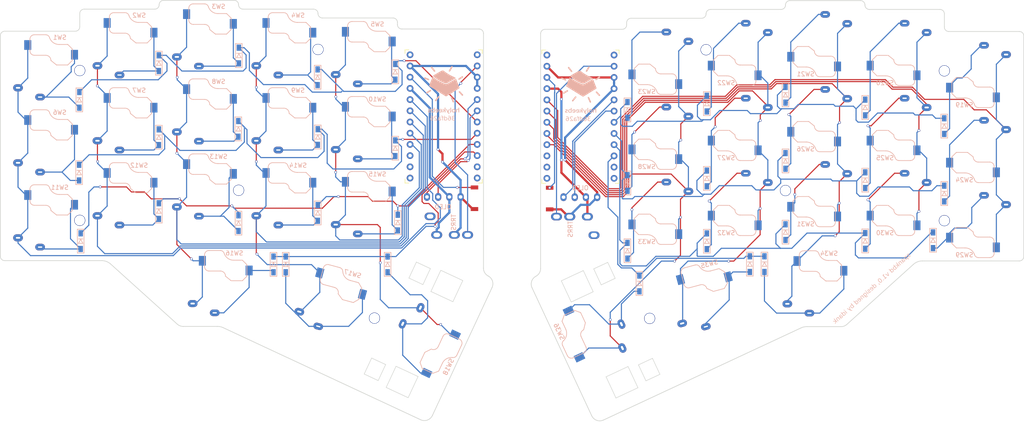
<source format=kicad_pcb>
(kicad_pcb (version 20221018) (generator pcbnew)
  (title_block (title "span") (date "2023-08-14") (rev "1.0") (company "idank"))
  (layers (0 "F.Cu" signal) (31 "B.Cu" signal) (34 "B.Paste" user) (35 "F.Paste" user) (36 "B.SilkS" user "B.Silkscreen") (37 "F.SilkS" user "F.Silkscreen") (38 "B.Mask" user) (39 "F.Mask" user) (44 "Edge.Cuts" user))
  (net 0 "")
  (net 1 "row0")
  (net 2 "row1")
  (net 3 "Net-(D1-A)")
  (net 4 "row2")
  (net 5 "Net-(D2-A)")
  (net 6 "row3")
  (net 7 "Net-(D3-A)")
  (net 8 "Net-(D4-A)")
  (net 9 "Net-(D5-A)")
  (net 10 "Net-(D6-A)")
  (net 11 "Net-(D7-A)")
  (net 12 "Net-(D8-A)")
  (net 13 "Net-(D9-A)")
  (net 14 "Net-(D10-A)")
  (net 15 "Net-(D11-A)")
  (net 16 "Net-(D12-A)")
  (net 17 "Net-(D13-A)")
  (net 18 "Net-(D14-A)")
  (net 19 "Net-(D15-A)")
  (net 20 "Net-(D16-A)")
  (net 21 "GND")
  (net 22 "col0")
  (net 23 "col1")
  (net 24 "col2")
  (net 25 "col3")
  (net 26 "col4")
  (net 27 "Net-(D17-A)")
  (net 28 "Net-(D18-A)")
  (net 29 "data")
  (net 30 "SDA")
  (net 31 "SCL")
  (net 32 "reset")
  (net 41 "VCC")
  (net 42 "row0_r")
  (net 43 "Net-(D19-A)")
  (net 44 "Net-(D20-A)")
  (net 45 "Net-(D21-A)")
  (net 46 "Net-(D22-A)")
  (net 47 "Net-(D23-A)")
  (net 48 "row1_r")
  (net 49 "Net-(D24-A)")
  (net 50 "Net-(D25-A)")
  (net 51 "Net-(D26-A)")
  (net 52 "Net-(D27-A)")
  (net 53 "Net-(D28-A)")
  (net 54 "row2_r")
  (net 55 "Net-(D29-A)")
  (net 56 "Net-(D30-A)")
  (net 57 "Net-(D31-A)")
  (net 58 "Net-(D32-A)")
  (net 59 "Net-(D33-A)")
  (net 60 "row3_r")
  (net 61 "Net-(D34-A)")
  (net 62 "Net-(D35-A)")
  (net 63 "Net-(D36-A)")
  (net 64 "data_r")
  (net 66 "SDA_r")
  (net 67 "SCL_r")
  (net 68 "reset_r")
  (net 69 "col0_r")
  (net 70 "col1_r")
  (net 71 "col2_r")
  (net 72 "col3_r")
  (net 73 "col4_r")
  (footprint "keyswitches:Kailh_socket_PG1350_optional_oval_smaller_hotswap" (layer "F.Cu") (at 24.62 53.37)
    (fp_text reference "SW1" hide)
    (fp_text value "SW_PUSH")
  )
  (footprint "keyswitches:Kailh_socket_PG1350_optional_oval_smaller_hotswap" (layer "F.Cu") (at 173.98661 105.598723 15)
    (fp_text reference "SW35" hide)
    (fp_text value "SW_PUSH")
  )
  (footprint "kbd:ProMicro_v3" (layer "F.Cu") (at 147.094232 64.219998)
    (fp_text reference "U2" hide)
    (fp_text value "ProMicro" hide)
  )
  (footprint "keyswitches:Kailh_socket_PG1350_optional_oval_smaller_hotswap" (layer "F.Cu") (at 202.552832 80.431998 180)
    (fp_text reference "SW31" hide)
    (fp_text value "SW_PUSH")
  )
  (footprint "holykeebs:M2_HOLE" (layer "F.Cu") (at 87.61 48.48)
    (fp_text reference "REF**" hide)
    (fp_text value "M2_HOLE" hide)
  )
  (footprint "keyswitches:Kailh_socket_PG1350_optional_oval_smaller_hotswap" (layer "F.Cu") (at 89.186222 105.536725 -15)
    (fp_text reference "SW17" hide)
    (fp_text value "SW_PUSH")
  )
  (footprint "keyswitches:Kailh_socket_PG1350_optional_oval_smaller_hotswap" (layer "F.Cu") (at 60.62 46.37)
    (fp_text reference "SW3" hide)
    (fp_text value "SW_PUSH")
  )
  (footprint "keyswitches:Kailh_socket_PG1350_optional_oval_smaller_hotswap" (layer "F.Cu") (at 78.62 65.37)
    (fp_text reference "SW9" hide)
    (fp_text value "SW_PUSH")
  )
  (footprint "kbd:MJ-4PP-9_1side" (layer "F.Cu") (at 138.362832 88.471998 90)
    (fp_text reference "J2")
    (fp_text value "MJ-4PP-9" hide)
  )
  (footprint "keyswitches:Kailh_socket_PG1350_optional_oval_smaller_hotswap" (layer "F.Cu") (at 220.552832 65.431998 180)
    (fp_text reference "SW25" hide)
    (fp_text value "SW_PUSH")
  )
  (footprint "keyswitches:Kailh_socket_PG1350_optional_oval_smaller_hotswap" (layer "F.Cu") (at 184.552832 82.431998 180)
    (fp_text reference "SW32" hide)
    (fp_text value "SW_PUSH")
  )
  (footprint "holykeebs:RSW_2PIN_SMD" (layer "F.Cu") (at 123.07 82.21 -90)
    (fp_text reference "RSW1" hide)
    (fp_text value "SW_PUSH" hide)
  )
  (footprint "keyswitches:Kailh_socket_PG1350_optional_oval_smaller_hotswap" (layer "F.Cu") (at 60.62 80.37)
    (fp_text reference "SW13" hide)
    (fp_text value "SW_PUSH")
  )
  (footprint "keyswitches:Kailh_socket_PG1350_optional_oval_smaller_hotswap" (layer "F.Cu") (at 220.552832 82.431998 180)
    (fp_text reference "SW30" hide)
    (fp_text value "SW_PUSH")
  )
  (footprint "holykeebs:M2_HOLE" (layer "F.Cu") (at 100.4 109.37)
    (fp_text reference "REF**" hide)
    (fp_text value "M2_HOLE" hide)
  )
  (footprint "keyswitches:Kailh_socket_PG1350_2u_optional_oval" (layer "F.Cu") (at 151.026483 113.219869 115)
    (fp_text reference "SW36" hide)
    (fp_text value "SW_PUSH")
    (fp_line (start -14.65 -2.3) (end -14.65 3.2) (stroke (width 0.12)) (layer "Edge.Cuts"))
    (fp_line (start -14 5.5) (end -14 9) (stroke (width 0.12)) (layer "Edge.Cuts"))
    (fp_line (start -10 5.5) (end -14 5.5) (stroke (width 0.12)) (layer "Edge.Cuts"))
    (fp_line (start -10 9) (end -14 9) (stroke (width 0.12)) (layer "Edge.Cuts"))
    (fp_line (start -10 9) (end -10 5.5) (stroke (width 0.12)) (layer "Edge.Cuts"))
    (fp_line (start -9.35 -2.3) (end -14.65 -2.3) (stroke (width 0.12)) (layer "Edge.Cuts"))
    (fp_line (start -9.35 3.2) (end -14.65 3.2) (stroke (width 0.12)) (layer "Edge.Cuts"))
    (fp_line (start -9.35 3.2) (end -9.35 -2.3) (stroke (width 0.12)) (layer "Edge.Cuts"))
    (fp_line (start 9.35 -2.3) (end 9.35 3.2) (stroke (width 0.12)) (layer "Edge.Cuts"))
    (fp_line (start 10 5.5) (end 10 9) (stroke (width 0.12)) (layer "Edge.Cuts"))
    (fp_line (start 14 5.5) (end 10 5.5) (stroke (width 0.12)) (layer "Edge.Cuts"))
    (fp_line (start 14 9) (end 10 9) (stroke (width 0.12)) (layer "Edge.Cuts"))
    (fp_line (start 14 9) (end 14 5.5) (stroke (width 0.12)) (layer "Edge.Cuts"))
    (fp_line (start 14.65 -2.3) (end 9.35 -2.3) (stroke (width 0.12)) (layer "Edge.Cuts"))
    (fp_line (start 14.65 3.2) (end 9.35 3.2) (stroke (width 0.12)) (layer "Edge.Cuts"))
    (fp_line (start 14.65 3.2) (end 14.65 -2.3) (stroke (width 0.12)) (layer "Edge.Cuts"))
  )
  (footprint "holykeebs:RSW_2PIN_SMD" (layer "F.Cu") (at 140.11 82.28 -90)
    (fp_text reference "RSW2" hide)
    (fp_text value "SW_PUSH" hide)
  )
  (footprint "holykeebs:M2_HOLE" (layer "F.Cu") (at 69.62 80.39)
    (fp_text reference "REF**" hide)
    (fp_text value "M2_HOLE" hide)
  )
  (footprint "keyswitches:Kailh_socket_PG1350_optional_oval_smaller_hotswap" (layer "F.Cu") (at 166.552832 84.431998 180)
    (fp_text reference "SW33" hide)
    (fp_text value "SW_PUSH")
  )
  (footprint "kbd:ProMicro_v3" (layer "F.Cu") (at 116.0786 64.158)
    (fp_text reference "U1" hide)
    (fp_text value "ProMicro" hide)
  )
  (footprint "kbd:OLED_1side" (layer "F.Cu") (at 143.25 81.96)
    (fp_text reference "J4")
    (fp_text value "OLED" hide)
  )
  (footprint "keyswitches:Kailh_socket_PG1350_optional_oval_smaller_hotswap" (layer "F.Cu") (at 42.62 65.37)
    (fp_text reference "SW7" hide)
    (fp_text value "SW_PUSH")
  )
  (footprint "keyswitches:Kailh_socket_PG1350_optional_oval_smaller_hotswap" (layer "F.Cu") (at 238.552832 70.431998 180)
    (fp_text reference "SW24" hide)
    (fp_text value "SW_PUSH")
  )
  (footprint "holykeebs:M2_HOLE_NPH" (layer "F.Cu") (at 122.139956 93.589999)
    (fp_text reference "" hide)
    (fp_text value "M2_HOLE_NPH" hide)
  )
  (footprint "keyswitches:Kailh_socket_PG1350_optional_oval_smaller_hotswap" (layer "F.Cu") (at 238.552832 53.431998 180)
    (fp_text reference "SW19" hide)
    (fp_text value "SW_PUSH")
  )
  (footprint "kbd:MJ-4PP-9_1side" (layer "F.Cu") (at 124.81 88.41 -90)
    (fp_text reference "J1")
    (fp_text value "MJ-4PP-9" hide)
  )
  (footprint "keyswitches:Kailh_socket_PG1350_optional_oval_smaller_hotswap" (layer "F.Cu") (at 42.62 82.37)
    (fp_text reference "SW12" hide)
    (fp_text value "SW_PUSH")
  )
  (footprint "keyswitches:Kailh_socket_PG1350_optional_oval_smaller_hotswap" (layer "F.Cu") (at 96.62 50.37)
    (fp_text reference "SW5" hide)
    (fp_text value "SW_PUSH")
  )
  (footprint "holykeebs:M2_HOLE_NPH" (layer "F.Cu") (at 109.872756 87.297999)
    (fp_text reference "" hide)
    (fp_text value "M2_HOLE_NPH" hide)
  )
  (footprint "keyswitches:Kailh_socket_PG1350_optional_oval_smaller_hotswap" (layer "F.Cu") (at 166.552832 67.431998 180)
    (fp_text reference "SW28" hide)
    (fp_text value "SW_PUSH")
  )
  (footprint "keyswitches:Kailh_socket_PG1350_2u_optional_oval" (layer "F.Cu") (at 112.146349 113.157871 -115)
    (fp_text reference "SW18" hide)
    (fp_text value "SW_PUSH")
    (fp_line (start -14.65 -2.3) (end -14.65 3.2) (stroke (width 0.12)) (layer "Edge.Cuts"))
    (fp_line (start -14 5.5) (end -14 9) (stroke (width 0.12)) (layer "Edge.Cuts"))
    (fp_line (start -10 5.5) (end -14 5.5) (stroke (width 0.12)) (layer "Edge.Cuts"))
    (fp_line (start -10 9) (end -14 9) (stroke (width 0.12)) (layer "Edge.Cuts"))
    (fp_line (start -10 9) (end -10 5.5) (stroke (width 0.12)) (layer "Edge.Cuts"))
    (fp_line (start -9.35 -2.3) (end -14.65 -2.3) (stroke (width 0.12)) (layer "Edge.Cuts"))
    (fp_line (start -9.35 3.2) (end -14.65 3.2) (stroke (width 0.12)) (layer "Edge.Cuts"))
    (fp_line (start -9.35 3.2) (end -9.35 -2.3) (stroke (width 0.12)) (layer "Edge.Cuts"))
    (fp_line (start 9.35 -2.3) (end 9.35 3.2) (stroke (width 0.12)) (layer "Edge.Cuts"))
    (fp_line (start 10 5.5) (end 10 9) (stroke (width 0.12)) (layer "Edge.Cuts"))
    (fp_line (start 14 5.5) (end 10 5.5) (stroke (width 0.12)) (layer "Edge.Cuts"))
    (fp_line (start 14 9) (end 10 9) (stroke (width 0.12)) (layer "Edge.Cuts"))
    (fp_line (start 14 9) (end 14 5.5) (stroke (width 0.12)) (layer "Edge.Cuts"))
    (fp_line (start 14.65 -2.3) (end 9.35 -2.3) (stroke (width 0.12)) (layer "Edge.Cuts"))
    (fp_line (start 14.65 3.2) (end 9.35 3.2) (stroke (width 0.12)) (layer "Edge.Cuts"))
    (fp_line (start 14.65 3.2) (end 14.65 -2.3) (stroke (width 0.12)) (layer "Edge.Cuts"))
  )
  (footprint "keyswitches:Kailh_socket_PG1350_optional_oval_smaller_hotswap" (layer "F.Cu") (at 24.62 70.37)
    (fp_text reference "SW6" hide)
    (fp_text value "SW_PUSH")
  )
  (footprint "keyswitches:Kailh_socket_PG1350_optional_oval_smaller_hotswap" (layer "F.Cu") (at 202.552832 46.431998 180)
    (fp_text reference "SW21" hide)
    (fp_text value "SW_PUSH")
  )
  (footprint "keyswitches:Kailh_socket_PG1350_optional_oval_smaller_hotswap" (layer "F.Cu") (at 78.62 48.37)
    (fp_text reference "SW4" hide)
    (fp_text value "SW_PUSH")
  )
  (footprint "keyswitches:Kailh_socket_PG1350_optional_oval_smaller_hotswap" (layer "F.Cu") (at 238.552832 87.431998 180)
    (fp_text reference "SW29" hide)
    (fp_text value "SW_PUSH")
  )
  (footprint "keyswitches:Kailh_socket_PG1350_optional_oval_smaller_hotswap" (layer "F.Cu") (at 42.62 48.37)
    (fp_text reference "SW2" hide)
    (fp_text value "SW_PUSH")
  )
  (footprint "keyswitches:Kailh_socket_PG1350_optional_oval_smaller_hotswap" (layer "F.Cu") (at 202.552832 63.431998 180)
    (fp_text reference "SW26" hide)
    (fp_text value "SW_PUSH")
  )
  (footprint "keyswitches:Kailh_socket_PG1350_optional_oval_smaller_hotswap" (layer "F.Cu") (at 184.552832 48.431998 180)
    (fp_text reference "SW22" hide)
    (fp_text value "SW_PUSH")
  )
  (footprint "keyswitches:Kailh_socket_PG1350_optional_oval_smaller_hotswap" (layer "F.Cu") (at 166.552832 50.431998 180)
    (fp_text reference "SW23" hide)
    (fp_text value "SW_PUSH")
  )
  (footprint "keyswitches:Kailh_socket_PG1350_optional_oval_smaller_hotswap" (layer "F.Cu") (at 96.62 84.37)
    (fp_text reference "SW15" hide)
    (fp_text value "SW_PUSH")
  )
  (footprint "keyswitches:Kailh_socket_PG1350_optional_oval_smaller_hotswap" (layer "F.Cu") (at 60.62 63.37)
    (fp_text reference "SW8" hide)
    (fp_text value "SW_PUSH")
  )
  (footprint "keyswitches:Kailh_socket_PG1350_optional_oval_smaller_hotswap" (layer "F.Cu") (at 184.552832 65.431998 180)
    (fp_text reference "SW27" hide)
    (fp_text value "SW_PUSH")
  )
  (footprint "holykeebs:M2_HOLE" (layer "F.Cu") (at 33.61 53.26)
    (fp_text reference "REF**" hide)
    (fp_text value "M2_HOLE" hide)
  )
  (footprint "keyswitches:Kailh_socket_PG1350_optional_oval_smaller_hotswap" (layer "F.Cu") (at 64.195251 102.268799)
    (fp_text reference "SW16" hide)
    (fp_text value "SW_PUSH")
  )
  (footprint "keyswitches:Kailh_socket_PG1350_optional_oval_smaller_hotswap" (layer "F.Cu") (at 198.977581 102.330797)
    (fp_text reference "SW34" hide)
    (fp_text value "SW_PUSH")
  )
  (footprint "keyswitches:Kailh_socket_PG1350_optional_oval_smaller_hotswap" (layer "F.Cu") (at 24.62 87.37)
    (fp_text reference "SW11" hide)
    (fp_text value "SW_PUSH")
  )
  (footprint "kbd:OLED_1side" (layer "F.Cu") (at 112.3 81.9)
    (fp_text reference "J3")
    (fp_text value "OLED" hide)
  )
  (footprint "keyswitches:Kailh_socket_PG1350_optional_oval_smaller_hotswap" (layer "F.Cu") (at 78.62 82.37)
    (fp_text reference "SW14" hide)
    (fp_text value "SW_PUSH")
  )
  (footprint "keyswitches:Kailh_socket_PG1350_optional_oval_smaller_hotswap" (layer "F.Cu") (at 220.552832 48.431998 180)
    (fp_text reference "SW20" hide)
    (fp_text value "SW_PUSH")
  )
  (footprint "holykeebs:M2_HOLE" (layer "F.Cu") (at 33.61 87.21)
    (fp_text reference "REF**" hide)
    (fp_text value "M2_HOLE" hide)
  )
  (footprint "keyswitches:Kailh_socket_PG1350_optional_oval_smaller_hotswap" (layer "F.Cu") (at 96.62 67.37)
    (fp_text reference "SW10" hide)
    (fp_text value "SW_PUSH")
  )
  (footprint "holykeebs:M2_HOLE" (layer "B.Cu") (at 229.5628 87.272 180)
    (fp_text reference "REF**" hide)
    (fp_text value "M2_HOLE" hide)
  )
  (footprint "holykeebs:M2_HOLE" (layer "B.Cu") (at 162.7728 109.432 180)
    (fp_text reference "REF**" hide)
    (fp_text value "M2_HOLE" hide)
  )
  (footprint "kbd:D3_SMD_v2" (layer "B.Cu") (at 51.54 68.365 -90)
    (fp_text reference "D7" hide)
    (fp_text value "D" hide)
  )
  (footprint "kbd:D3_SMD_v2" (layer "B.Cu") (at 105.12 53.55 -90)
    (fp_text reference "D5" hide)
    (fp_text value "D" hide)
  )
  (footprint "holykeebs:M2_HOLE" (layer "B.Cu") (at 175.5628 48.542 180)
    (fp_text reference "REF**" hide)
    (fp_text value "M2_HOLE" hide)
  )
  (footprint "kbd:D3_SMD_v2" (layer "B.Cu") (at 229.54 65.85 -90)
    (fp_text reference "D19" hide)
    (fp_text value "D" hide)
  )
  (footprint "holykeebs:logo .5x" (layer "B.Cu") (at 147.112832 57.301998 180)
    (fp_text reference "REF**" hide)
    (fp_text value "logo big" hide)
  )
  (footprint "holykeebs:logo .5x" (layer "B.Cu") (at 116.06 57.24 180)
    (fp_text reference "REF**" hide)
    (fp_text value "logo big" hide)
  )
  (footprint "kbd:D3_SMD_v2" (layer "B.Cu") (at 33.52 59.905 -90)
    (fp_text reference "D1" hide)
    (fp_text value "D" hide)
  )
  (footprint "kbd:D3_SMD_v2" (layer "B.Cu") (at 211.63 61.63 -90)
    (fp_text reference "D20" hide)
    (fp_text value "D" hide)
  )
  (footprint "kbd:D3_SMD_v2" (layer "B.Cu") (at 87.56 85.53 -90)
    (fp_text reference "D14" hide)
    (fp_text value "D" hide)
  )
  (footprint "kbd:D3_SMD_v2" (layer "B.Cu") (at 103.38 97.19 -90)
    (fp_text reference "D18" hide)
    (fp_text value "D" hide)
  )
  (footprint "kbd:D3_SMD_v2" (layer "B.Cu") (at 157.74 78.74 -90)
    (fp_text reference "D28" hide)
    (fp_text value "D" hide)
  )
  (footprint "kbd:D3_SMD_v2" (layer "B.Cu") (at 193.56 58.76 -90)
    (fp_text reference "D21" hide)
    (fp_text value "D" hide)
  )
  (footprint "kbd:D3_SMD_v2" (layer "B.Cu") (at 105.12 70.86 -90)
    (fp_text reference "D10" hide)
    (fp_text value "D" hide)
  )
  (footprint "kbd:D3_SMD_v2" (layer "B.Cu") (at 33.46 76.39 -90)
    (fp_text reference "D6" hide)
    (fp_text value "D" hide)
  )
  (footprint "kbd:D3_SMD_v2" (layer "B.Cu") (at 227 91.72 -90)
    (fp_text reference "D29" hide)
    (fp_text value "D" hide)
  )
  (footprint "kbd:D3_SMD_v2" (layer "B.Cu") (at 51.54 85.105 -90)
    (fp_text reference "D12" hide)
    (fp_text value "D" hide)
  )
  (footprint "kbd:D3_SMD_v2" (layer "B.Cu") (at 229.54 81.13 -90)
    (fp_text reference "D24" hide)
    (fp_text value "D" hide)
  )
  (footprint "kbd:D3_SMD_v2" (layer "B.Cu") (at 188.79 97.13 -90)
    (fp_text reference "D34" hide)
    (fp_text value "D" hide)
  )
  (footprint "kbd:D3_SMD_v2" (layer "B.Cu") (at 105.69 87.72 -90)
    (fp_text reference "D15" hide)
    (fp_text value "D" hide)
  )
  (footprint "kbd:D3_SMD_v2" (layer "B.Cu") (at 175.73 60.75 -90)
    (fp_text reference "D22" hide)
    (fp_text value "D" hide)
  )
  (footprint "holykeebs:M2_HOLE" (layer "B.Cu") (at 229.5628 53.322 180)
    (fp_text reference "REF**" hide)
    (fp_text value "M2_HOLE" hide)
  )
  (footprint "kbd:D3_SMD_v2" (layer "B.Cu") (at 157.74 94.1 -90)
    (fp_text reference "D33" hide)
    (fp_text value "D" hide)
  )
  (footprint "kbd:D3_SMD_v2" (layer "B.Cu") (at 175.73 77.71 -90)
    (fp_text reference "D27" hide)
    (fp_text value "D" hide)
  )
  (footprint "kbd:D3_SMD_v2" (layer "B.Cu") (at 185.48 97.13 -90)
    (fp_text reference "D35" hide)
    (fp_text value "D" hide)
  )
  (footprint "kbd:D3_SMD_v2" (layer "B.Cu") (at 87.52 54.77 -90)
    (fp_text reference "D4" hide)
    (fp_text value "D" hide)
  )
  (footprint "kbd:D3_SMD_v2" (layer "B.Cu") (at 87.56 68.32 -90)
    (fp_text reference "D9" hide)
    (fp_text value "D" hide)
  )
  (footprint "holykeebs:M2_HOLE_NPH" (layer "B.Cu") (at 141.0328 93.652 180)
    (fp_text reference "" hide)
    (fp_text value "M2_HOLE_NPH" hide)
  )
  (footprint "kbd:D3_SMD_v2" (layer "B.Cu") (at 80.29 97.19 -90)
    (fp_text reference "D17" hide)
    (fp_text value "D" hide)
  )
  (footprint "kbd:D3_SMD_v2" (layer "B.Cu") (at 193.56 73.74 -90)
    (fp_text reference "D26" hide)
    (fp_text value "D" hide)
  )
  (footprint "kbd:D3_SMD_v2" (layer "B.Cu") (at 157.74 62.18 -90)
    (fp_text reference "D23" hide)
    (fp_text value "D" hide)
  )
  (footprint "kbd:D3_SMD_v2" (layer "B.Cu") (at 193.56 89.88 -90)
    (fp_text reference "D31" hide)
    (fp_text value "D" hide)
  )
  (footprint "kbd:D3_SMD_v2" (layer "B.Cu") (at 69.67 49.85 -90)
    (fp_text reference "D3" hide)
    (fp_text value "D" hide)
  )
  (footprint "kbd:D3_SMD_v2" (layer "B.Cu") (at 211.63 78.1 -90)
    (fp_text reference "D25" hide)
    (fp_text value "D" hide)
  )
  (footprint "kbd:D3_SMD_v2" (layer "B.Cu") (at 69.55 66.48 -90)
    (fp_text reference "D8" hide)
    (fp_text value "D" hide)
  )
  (footprint "kbd:D3_SMD_v2" (layer "B.Cu") (at 33.82 91.92 -90)
    (fp_text reference "D11" hide)
    (fp_text value "D" hide)
  )
  (footprint "kbd:D3_SMD_v2" (layer "B.Cu") (at 160.45 101.51 -90)
    (fp_text reference "D36" hide)
    (fp_text value "D" hide)
  )
  (footprint "kbd:D3_SMD_v2" (layer "B.Cu") (at 69.59 87.84 -90)
    (fp_text reference "D13" hide)
    (fp_text value "D" hide)
  )
  (footprint "kbd:D3_SMD_v2" (layer "B.Cu") (at 211.63 91.87 -90)
    (fp_text reference "D30" hide)
    (fp_text value "D" hide)
  )
  (footprint "kbd:D3_SMD_v2" (layer "B.Cu") (at 77.52 97.19 -90)
    (fp_text reference "D16" hide)
    (fp_text value "D" hide)
  )
  (footprint "kbd:D3_SMD_v2" (layer "B.Cu") (at 51.54 51.58 -90)
    (fp_text reference "D2" hide)
    (fp_text value "D" hide)
  )
  (footprint "holykeebs:M2_HOLE" (layer "B.Cu") (at 193.5528 80.452 180)
    (fp_text reference "REF**" hide)
    (fp_text value "M2_HOLE" hide)
  )
  (footprint "holykeebs:M2_HOLE_NPH" (layer "B.Cu") (at 153.3 87.36 180)
    (fp_text reference "" hide)
    (fp_text value "M2_HOLE_NPH" hide)
  )
  (footprint "kbd:D3_SMD_v2" (layer "B.Cu") (at 175.73 91.95 -90)
    (fp_text reference "D32" hide)
    (fp_text value "D" hide)
  )
  (gr_arc (start 228.56363 39.405799) (mid 229.27074 39.698686) (end 229.56363 40.405799) (stroke (width 0.15)) (layer "Edge.Cuts"))
  (gr_line (start 16.609038 96.343962) (end 38.609492 96.343962) (stroke (width 0.15)) (layer "Edge.Cuts"))
  (gr_arc (start 70.609038 39.343962) (mid 69.901947 39.051052) (end 69.609038 38.343962) (stroke (width 0.15)) (layer "Edge.Cuts"))
  (gr_arc (start 106.609038 43.843962) (mid 105.901949 43.551051) (end 105.609038 42.843962) (stroke (width 0.15)) (layer "Edge.Cuts"))
  (gr_line (start 15.609038 45.343962) (end 15.609038 95.343962) (stroke (width 0.15)) (layer "Edge.Cuts"))
  (gr_arc (start 247.56363 95.405799) (mid 247.270726 96.11288) (end 246.56363 96.405799) (stroke (width 0.15)) (layer "Edge.Cuts"))
  (gr_line (start 33.609038 40.343962) (end 33.609038 43.343962) (stroke (width 0.15)) (layer "Edge.Cuts"))
  (gr_line (start 247.56363 95.405799) (end 247.56363 45.405799) (stroke (width 0.15)) (layer "Edge.Cuts"))
  (gr_arc (start 51.609038 38.343962) (mid 51.316149 39.051085) (end 50.609038 39.343962) (stroke (width 0.15)) (layer "Edge.Cuts"))
  (gr_arc (start 15.609038 45.343962) (mid 15.901936 44.636871) (end 16.609038 44.343962) (stroke (width 0.15)) (layer "Edge.Cuts"))
  (gr_line (start 224.563176 96.405799) (end 246.56363 96.405799) (stroke (width 0.15)) (layer "Edge.Cuts"))
  (gr_arc (start 138.06363 44.905799) (mid 138.356512 44.198667) (end 139.06363 43.905799) (stroke (width 0.15)) (layer "Edge.Cuts"))
  (gr_arc (start 104.609038 41.343962) (mid 105.316163 41.636837) (end 105.609038 42.343962) (stroke (width 0.15)) (layer "Edge.Cuts"))
  (gr_line (start 229.56363 43.405799) (end 229.56363 40.405799) (stroke (width 0.15)) (layer "Edge.Cuts"))
  (gr_line (start 152.300255 132.465538) (end 197.077267 111.585675) (stroke (width 0.15)) (layer "Edge.Cuts"))
  (gr_line (start 86.609038 39.343962) (end 70.609038 39.343962) (stroke (width 0.15)) (layer "Edge.Cuts"))
  (gr_arc (start 51.609038 38.343962) (mid 51.901936 37.636871) (end 52.609038 37.343962) (stroke (width 0.15)) (layer "Edge.Cuts"))
  (gr_line (start 192.56363 39.405799) (end 176.56363 39.405799) (stroke (width 0.15)) (layer "Edge.Cuts"))
  (gr_line (start 113.530265 131.436322) (end 127.056069 102.430143) (stroke (width 0.15)) (layer "Edge.Cuts"))
  (gr_arc (start 175.56363 40.405799) (mid 175.270726 41.11288) (end 174.56363 41.405799) (stroke (width 0.15)) (layer "Edge.Cuts"))
  (gr_arc (start 68.609038 37.343962) (mid 69.316161 37.636838) (end 69.609038 38.343962) (stroke (width 0.15)) (layer "Edge.Cuts"))
  (gr_arc (start 16.609038 96.343962) (mid 15.901943 96.05105) (end 15.609038 95.343962) (stroke (width 0.15)) (layer "Edge.Cuts"))
  (gr_arc (start 138.06363 98.10844) (mid 137.77618 99.141506) (end 136.996423 99.877592) (stroke (width 0.15)) (layer "Edge.Cuts"))
  (gr_arc (start 152.300255 132.465538) (mid 150.770999 132.532291) (end 149.642403 131.498159) (stroke (width 0.15)) (layer "Edge.Cuts"))
  (gr_arc (start 222.553162 97.178728) (mid 223.486424 96.605693) (end 224.563176 96.405799) (stroke (width 0.15)) (layer "Edge.Cuts"))
  (gr_arc (start 157.56363 42.905799) (mid 157.270726 43.61288) (end 156.56363 43.905799) (stroke (width 0.15)) (layer "Edge.Cuts"))
  (gr_arc (start 113.530265 131.436322) (mid 112.401682 132.470449) (end 110.872413 132.403701) (stroke (width 0.15)) (layer "Edge.Cuts"))
  (gr_line (start 210.56363 37.405799) (end 194.56363 37.405799) (stroke (width 0.15)) (layer "Edge.Cuts"))
  (gr_arc (start 230.56363 44.405799) (mid 229.856527 44.1129) (end 229.56363 43.405799) (stroke (width 0.15)) (layer "Edge.Cuts"))
  (gr_line (start 66.095401 111.523838) (end 110.872413 132.403701) (stroke (width 0.15)) (layer "Edge.Cuts"))
  (gr_arc (start 33.609038 40.343962) (mid 33.901936 39.636871) (end 34.609038 39.343962) (stroke (width 0.15)) (layer "Edge.Cuts"))
  (gr_line (start 50.609038 39.343962) (end 34.609038 39.343962) (stroke (width 0.15)) (layer "Edge.Cuts"))
  (gr_line (start 125.109038 98.046603) (end 125.109038 44.843962) (stroke (width 0.15)) (layer "Edge.Cuts"))
  (gr_arc (start 136.116599 102.49198) (mid 136.033694 101.008846) (end 136.996423 99.877592) (stroke (width 0.15)) (layer "Edge.Cuts"))
  (gr_arc (start 88.609038 41.343962) (mid 87.901949 41.051051) (end 87.609038 40.343962) (stroke (width 0.15)) (layer "Edge.Cuts"))
  (gr_arc (start 126.176245 99.815755) (mid 125.396487 99.079667) (end 125.109038 98.046603) (stroke (width 0.15)) (layer "Edge.Cuts"))
  (gr_arc (start 246.56363 44.405799) (mid 247.27074 44.698686) (end 247.56363 45.405799) (stroke (width 0.15)) (layer "Edge.Cuts"))
  (gr_line (start 124.109038 43.843962) (end 106.609038 43.843962) (stroke (width 0.15)) (layer "Edge.Cuts"))
  (gr_arc (start 57.039875 111.242761) (mid 56.322033 111.109515) (end 55.699866 110.727475) (stroke (width 0.15)) (layer "Edge.Cuts"))
  (gr_arc (start 33.609038 43.343962) (mid 33.316149 44.051085) (end 32.609038 44.343962) (stroke (width 0.15)) (layer "Edge.Cuts"))
  (gr_arc (start 197.077267 111.585675) (mid 197.695802 111.375702) (end 198.345122 111.304598) (stroke (width 0.15)) (layer "Edge.Cuts"))
  (gr_line (start 40.619506 97.116891) (end 55.699866 110.727475) (stroke (width 0.15)) (layer "Edge.Cuts"))
  (gr_line (start 228.56363 39.405799) (end 212.56363 39.405799) (stroke (width 0.15)) (layer "Edge.Cuts"))
  (gr_arc (start 207.472802 110.789312) (mid 206.850628 111.171345) (end 206.132793 111.304598) (stroke (width 0.15)) (layer "Edge.Cuts"))
  (gr_line (start 136.116599 102.49198) (end 149.642403 131.498159) (stroke (width 0.15)) (layer "Edge.Cuts"))
  (gr_arc (start 64.827546 111.242761) (mid 65.476866 111.313867) (end 66.095401 111.523838) (stroke (width 0.15)) (layer "Edge.Cuts"))
  (gr_arc (start 38.609492 96.343962) (mid 39.686247 96.543849) (end 40.619506 97.116891) (stroke (width 0.15)) (layer "Edge.Cuts"))
  (gr_line (start 104.609038 41.343962) (end 88.609038 41.343962) (stroke (width 0.15)) (layer "Edge.Cuts"))
  (gr_arc (start 126.176245 99.815755) (mid 127.138973 100.947005) (end 127.056069 102.430143) (stroke (width 0.15)) (layer "Edge.Cuts"))
  (gr_arc (start 175.56363 40.405799) (mid 175.856512 39.698667) (end 176.56363 39.405799) (stroke (width 0.15)) (layer "Edge.Cuts"))
  (gr_line (start 32.609038 44.343962) (end 16.609038 44.343962) (stroke (width 0.15)) (layer "Edge.Cuts"))
  (gr_line (start 138.06363 44.905799) (end 138.06363 98.10844) (stroke (width 0.15)) (layer "Edge.Cuts"))
  (gr_arc (start 124.109038 43.843962) (mid 124.816163 44.136837) (end 125.109038 44.843962) (stroke (width 0.15)) (layer "Edge.Cuts"))
  (gr_arc (start 212.56363 39.405799) (mid 211.856527 39.1129) (end 211.56363 38.405799) (stroke (width 0.15)) (layer "Edge.Cuts"))
  (gr_arc (start 210.56363 37.405799) (mid 211.27074 37.698686) (end 211.56363 38.405799) (stroke (width 0.15)) (layer "Edge.Cuts"))
  (gr_line (start 157.56363 42.405799) (end 157.56363 42.905799) (stroke (width 0.15)) (layer "Edge.Cuts"))
  (gr_arc (start 86.609038 39.343962) (mid 87.316161 39.636838) (end 87.609038 40.343962) (stroke (width 0.15)) (layer "Edge.Cuts"))
  (gr_line (start 246.56363 44.405799) (end 230.56363 44.405799) (stroke (width 0.15)) (layer "Edge.Cuts"))
  (gr_line (start 68.609038 37.343962) (end 52.609038 37.343962) (stroke (width 0.15)) (layer "Edge.Cuts"))
  (gr_line (start 57.039875 111.242761) (end 64.827546 111.242761) (stroke (width 0.15)) (layer "Edge.Cuts"))
  (gr_arc (start 157.56363 42.405799) (mid 157.856512 41.698667) (end 158.56363 41.405799) (stroke (width 0.15)) (layer "Edge.Cuts"))
  (gr_line (start 207.472802 110.789312) (end 222.553162 97.178728) (stroke (width 0.15)) (layer "Edge.Cuts"))
  (gr_line (start 156.56363 43.905799) (end 139.06363 43.905799) (stroke (width 0.15)) (layer "Edge.Cuts"))
  (gr_arc (start 193.56363 38.405799) (mid 193.270726 39.11288) (end 192.56363 39.405799) (stroke (width 0.15)) (layer "Edge.Cuts"))
  (gr_line (start 105.609038 42.843962) (end 105.609038 42.343962) (stroke (width 0.15)) (layer "Edge.Cuts"))
  (gr_line (start 198.345122 111.304598) (end 206.132793 111.304598) (stroke (width 0.15)) (layer "Edge.Cuts"))
  (gr_line (start 174.56363 41.405799) (end 158.56363 41.405799) (stroke (width 0.15)) (layer "Edge.Cuts"))
  (gr_arc (start 193.56363 38.405799) (mid 193.856512 37.698667) (end 194.56363 37.405799) (stroke (width 0.15)) (layer "Edge.Cuts"))
  (gr_text "36dfa26" (at 118.74 64.73) (layer "B.SilkS") (effects (font (size 1 1) (thickness 0.1875)) (justify left bottom mirror)))
  (gr_text "spankbd v1.0, designed by idank" (at 222.12 95.33 42) (layer "B.SilkS") (effects (font (size 1 1)) (justify left bottom mirror)))
  (gr_text "36dfa26" (at 149.49 64.86) (layer "B.SilkS") (effects (font (size 1 1) (thickness 0.1875)) (justify left bottom mirror)))
  (segment (start 109.8 51.03) (end 107.13 51.03) (width 0.25) (layer "F.Cu") (net 1))
  (segment (start 123.69 64.92) (end 109.8 51.03) (width 0.25) (layer "F.Cu") (net 1))
  (via (at 107.13 51.03) (size 0.6) (drill 0.4) (layers "F.Cu" "B.Cu") (net 1))
  (segment (start 53.205 49.805) (end 56.77 53.37) (width 0.25) (layer "B.Cu") (net 1))
  (segment (start 93.41 57.98) (end 105.12 57.98) (width 0.25) (layer "B.Cu") (net 1))
  (segment (start 56.77 53.37) (end 70.63 53.37) (width 0.25) (layer "B.Cu") (net 1))
  (segment (start 53.38 53.365) (end 53.38 51.645) (width 0.25) (layer "B.Cu") (net 1))
  (segment (start 86.32 58.15) (end 92.84 58.15) (width 0.25) (layer "B.Cu") (net 1))
  (segment (start 93.21 57.78) (end 93.41 57.98) (width 0.25) (layer "B.Cu") (net 1))
  (segment (start 51.54 49.805) (end 53.205 49.805) (width 0.25) (layer "B.Cu") (net 1))
  (segment (start 69.67 48.075) (end 70.855 48.075) (width 0.25) (layer "B.Cu") (net 1))
  (segment (start 105.12 57.98) (end 106.66 56.44) (width 0.25) (layer "B.Cu") (net 1))
  (segment (start 106.66 56.44) (end 106.66 53.315) (width 0.25) (layer "B.Cu") (net 1))
  (segment (start 87.52 52.995) (end 88.425 52.995) (width 0.25) (layer "B.Cu") (net 1))
  (segment (start 72.0545 53.2545) (end 75.24 56.44) (width 0.25) (layer "B.Cu") (net 1))
  (segment (start 72.0545 49.2745) (end 72.0545 53.2545) (width 0.25) (layer "B.Cu") (net 1))
  (segment (start 53.38 51.645) (end 51.54 49.805) (width 0.25) (layer "B.Cu") (net 1))
  (segment (start 92.84 58.15) (end 93.21 57.78) (width 0.25) (layer "B.Cu") (net 1))
  (segment (start 51.4 55.345) (end 53.38 53.365) (width 0.25) (layer "B.Cu") (net 1))
  (segment (start 70.63 53.37) (end 71.31 52.69) (width 0.25) (layer "B.Cu") (net 1))
  (segment (start 71.31 49.715) (end 69.67 48.075) (width 0.25) (layer "B.Cu") (net 1))
  (segment (start 70.855 48.075) (end 72.0545 49.2745) (width 0.25) (layer "B.Cu") (net 1))
  (segment (start 33.52 58.13) (end 36.305 55.345) (width 0.25) (layer "B.Cu") (net 1))
  (segment (start 107.13 51.03) (end 105.865 51.03) (width 0.25) (layer "B.Cu") (net 1))
  (segment (start 71.31 52.69) (end 71.31 49.715) (width 0.25) (layer "B.Cu") (net 1))
  (segment (start 36.305 55.345) (end 51.4 55.345) (width 0.25) (layer "B.Cu") (net 1))
  (segment (start 75.24 56.44) (end 84.61 56.44) (width 0.25) (layer "B.Cu") (net 1))
  (segment (start 88.425 52.995) (end 93.21 57.78) (width 0.25) (layer "B.Cu") (net 1))
  (segment (start 84.61 56.44) (end 86.32 58.15) (width 0.25) (layer "B.Cu") (net 1))
  (segment (start 105.865 51.03) (end 105.12 51.775) (width 0.25) (layer "B.Cu") (net 1))
  (segment (start 106.66 53.315) (end 105.12 51.775) (width 0.25) (layer "B.Cu") (net 1))
  (segment (start 122.29 68.86) (end 106.81 68.86) (width 0.25) (layer "F.Cu") (net 2))
  (segment (start 123.69 67.46) (end 122.29 68.86) (width 0.25) (layer "F.Cu") (net 2))
  (via (at 106.81 68.86) (size 0.6) (drill 0.4) (layers "F.Cu" "B.Cu") (net 2))
  (segment (start 69.55 64.705) (end 71.51 66.665) (width 0.25) (layer "B.Cu") (net 2))
  (segment (start 33.46 74.615) (end 35.73 72.345) (width 0.25) (layer "B.Cu") (net 2))
  (segment (start 88.99 71.55) (end 88.99 67.975) (width 0.25) (layer "B.Cu") (net 2))
  (segment (start 35.73 72.345) (end 51.54 72.345) (width 0.25) (layer "B.Cu") (net 2))
  (segment (start 91 75.57) (end 104.77 75.57) (width 0.25) (layer "B.Cu") (net 2))
  (segment (start 88.495 66.545) (end 89.69 67.74) (width 0.25) (layer "B.Cu") (net 2))
  (segment (start 51.54 72.345) (end 52.85 71.035) (width 0.25) (layer "B.Cu") (net 2))
  (segment (start 89.69 67.74) (end 89.69 74.26) (width 0.25) (layer "B.Cu") (net 2))
  (segment (start 106.53 70.495) (end 105.12 69.085) (width 0.25) (layer "B.Cu") (net 2))
  (segment (start 56.31 71.36) (end 69.02 71.36) (width 0.25) (layer "B.Cu") (net 2))
  (segment (start 106.81 68.86) (end 105.345 68.86) (width 0.25) (layer "B.Cu") (net 2))
  (segment (start 106.53 73.81) (end 106.53 70.495) (width 0.25) (layer "B.Cu") (net 2))
  (segment (start 88.99 67.975) (end 87.56 66.545) (width 0.25) (layer "B.Cu") (net 2))
  (segment (start 69.02 71.36) (end 70.92 69.46) (width 0.25) (layer "B.Cu") (net 2))
  (segment (start 71.51 69.81) (end 74.68 72.98) (width 0.25) (layer "B.Cu") (net 2))
  (segment (start 74.68 72.98) (end 87.56 72.98) (width 0.25) (layer "B.Cu") (net 2))
  (segment (start 51.54 66.59) (end 56.31 71.36) (width 0.25) (layer "B.Cu") (net 2))
  (segment (start 52.85 67.9) (end 51.54 66.59) (width 0.25) (layer "B.Cu") (net 2))
  (segment (start 70.92 69.46) (end 70.92 66.075) (width 0.25) (layer "B.Cu") (net 2))
  (segment (start 52.85 71.035) (end 52.85 67.9) (width 0.25) (layer "B.Cu") (net 2))
  (segment (start 104.77 75.57) (end 106.53 73.81) (width 0.25) (layer "B.Cu") (net 2))
  (segment (start 70.92 66.075) (end 69.55 64.705) (width 0.25) (layer "B.Cu") (net 2))
  (segment (start 71.51 66.665) (end 71.51 69.81) (width 0.25) (layer "B.Cu") (net 2))
  (segment (start 89.69 74.26) (end 91 75.57) (width 0.25) (layer "B.Cu") (net 2))
  (segment (start 87.56 66.545) (end 88.495 66.545) (width 0.25) (layer "B.Cu") (net 2))
  (segment (start 87.56 72.98) (end 88.99 71.55) (width 0.25) (layer "B.Cu") (net 2))
  (segment (start 105.345 68.86) (end 105.12 69.085) (width 0.25) (layer "B.Cu") (net 2))
  (segment (start 24.62 59.27) (end 31.11 59.27) (width 0.25) (layer "B.Cu") (net 3))
  (segment (start 25.953684 59.27) (end 24.62 59.27) (width 0.25) (layer "B.Cu") (net 3))
  (segment (start 31.68 52.38) (end 31.68 53.543684) (width 0.25) (layer "B.Cu") (net 3))
  (segment (start 31.11 59.27) (end 33.52 61.68) (width 0.25) (layer "B.Cu") (net 3))
  (segment (start 32.42 49.67) (end 32.42 51.64) (width 0.25) (layer "B.Cu") (net 3))
  (segment (start 32.42 51.64) (end 31.68 52.38) (width 0.25) (layer "B.Cu") (net 3))
  (segment (start 31.68 53.543684) (end 25.953684 59.27) (width 0.25) (layer "B.Cu") (net 3))
  (segment (start 91.24 81.82) (end 92.22 81.82) (width 0.25) (layer "F.Cu") (net 4))
  (segment (start 57.8 83.92) (end 68.08 83.92) (width 0.25) (layer "F.Cu") (net 4))
  (segment (start 104.62 82.87) (end 99.97 82.87) (width 0.25) (layer "F.Cu") (net 4))
  (segment (start 99.97 82.87) (end 98.92 81.82) (width 0.25) (layer "F.Cu") (net 4))
  (segment (start 68.6195 84.4595) (end 88.6005 84.4595) (width 0.25) (layer "F.Cu") (net 4))
  (segment (start 107.985656 83.94) (end 121.925656 70) (width 0.25) (layer "F.Cu") (net 4))
  (segment (start 38.24 79.63) (end 44.19 79.63) (width 0.25) (layer "F.Cu") (net 4))
  (segment (start 88.6005 84.4595) (end 91.24 81.82) (width 0.25) (layer "F.Cu") (net 4))
  (segment (start 49.823684 82.34) (end 56.22 82.34) (width 0.25) (layer "F.Cu") (net 4))
  (segment (start 105.69 83.94) (end 104.62 82.87) (width 0.25) (layer "F.Cu") (net 4))
  (segment (start 48.253684 80.77) (end 49.823684 82.34) (width 0.25) (layer "F.Cu") (net 4))
  (segment (start 98.92 81.82) (end 92.22 81.82) (width 0.25) (layer "F.Cu") (net 4))
  (segment (start 105.69 83.94) (end 107.985656 83.94) (width 0.25) (layer "F.Cu") (net 4))
  (segment (start 56.22 82.34) (end 57.8 83.92) (width 0.25) (layer "F.Cu") (net 4))
  (segment (start 45.33 80.77) (end 48.253684 80.77) (width 0.25) (layer "F.Cu") (net 4))
  (segment (start 68.08 83.92) (end 68.6195 84.4595) (width 0.25) (layer "F.Cu") (net 4))
  (segment (start 121.925656 70) (end 123.69 70) (width 0.25) (layer "F.Cu") (net 4))
  (segment (start 44.19 79.63) (end 45.33 80.77) (width 0.25) (layer "F.Cu") (net 4))
  (via (at 105.69 83.94) (size 0.6) (drill 0.4) (layers "F.Cu" "B.Cu") (net 4))
  (via (at 56.22 82.34) (size 0.6) (drill 0.4) (layers "F.Cu" "B.Cu") (net 4))
  (via (at 68.08 83.92) (size 0.6) (drill 0.4) (layers "F.Cu" "B.Cu") (net 4))
  (via (at 92.22 81.82) (size 0.6) (drill 0.4) (layers "F.Cu" "B.Cu") (net 4))
  (via (at 38.24 79.63) (size 0.6) (drill 0.4) (layers "F.Cu" "B.Cu") (net 4))
  (segment (start 87.56 83.755) (end 89.495 81.82) (width 0.25) (layer "B.Cu") (net 4))
  (segment (start 33.82 90.145) (end 35.66 88.305) (width 0.25) (layer "B.Cu") (net 4))
  (segment (start 35.66 80.82) (end 36.85 79.63) (width 0.25) (layer "B.Cu") (net 4))
  (segment (start 36.85 79.63) (end 38.24 79.63) (width 0.25) (layer "B.Cu") (net 4))
  (segment (start 35.66 88.305) (end 35.66 80.82) (width 0.25) (layer "B.Cu") (net 4))
  (segment (start 105.69 83.94) (end 105.69 85.945) (width 0.25) (layer "B.Cu") (net 4))
  (segment (start 69.59 85.43) (end 69.59 86.065) (width 0.25) (layer "B.Cu") (net 4))
  (segment (start 51.54 83.33) (end 52.53 82.34) (width 0.25) (layer "B.Cu") (net 4))
  (segment (start 68.08 83.92) (end 69.59 85.43) (width 0.25) (layer "B.Cu") (net 4))
  (segment (start 89.495 81.82) (end 92.22 81.82) (width 0.25) (layer "B.Cu") (net 4))
  (segment (start 52.53 82.34) (end 56.22 82.34) (width 0.25) (layer "B.Cu") (net 4))
  (segment (start 50.42 44.67) (end 50.42 52.235) (width 0.25) (layer "B.Cu") (net 5))
  (segment (start 51.54 53.355) (end 43.535 53.355) (width 0.25) (layer "B.Cu") (net 5))
  (segment (start 50.42 52.235) (end 51.54 53.355) (width 0.25) (layer "B.Cu") (net 5))
  (segment (start 43.535 53.355) (end 42.62 54.27) (width 0.25) (layer "B.Cu") (net 5))
  (segment (start 114.143691 88.566943) (end 114.143691 88.076309) (width 0.25) (layer "F.Cu") (net 6))
  (segment (start 111.19 82.96) (end 111.19 81.372052) (width 0.25) (layer "F.Cu") (net 6))
  (segment (start 120.852052 71.71) (end 122.86 71.71) (width 0.25) (layer "F.Cu") (net 6))
  (segment (start 114.85 85.53) (end 112.71 83.39) (width 0.25) (layer "F.Cu") (net 6))
  (segment (start 122.86 71.71) (end 123.69 72.54) (width 0.25) (layer "F.Cu") (net 6))
  (segment (start 112.71 83.39) (end 111.62 83.39) (width 0.25) (layer "F.Cu") (net 6))
  (segment (start 111.19 81.372052) (end 120.852052 71.71) (width 0.25) (layer "F.Cu") (net 6))
  (segment (start 111.62 83.39) (end 111.19 82.96) (width 0.25) (layer "F.Cu") (net 6))
  (segment (start 114.85 87.37) (end 114.85 85.53) (width 0.25) (layer "F.Cu") (net 6))
  (segment (start 114.143691 88.076309) (end 114.85 87.37) (width 0.25) (layer "F.Cu") (net 6))
  (via (at 114.143691 88.566943) (size 0.6) (drill 0.4) (layers "F.Cu" "B.Cu") (net 6))
  (segment (start 105.25698 95.415) (end 103.38 95.415) (width 0.25) (layer "B.Cu") (net 6))
  (segment (start 114.143691 88.566943) (end 112.105037 88.566943) (width 0.25) (layer "B.Cu") (net 6))
  (segment (start 77.52 95.415) (end 80.29 95.415) (width 0.25) (layer "B.Cu") (net 6))
  (segment (start 80.29 95.415) (end 103.38 95.415) (width 0.25) (layer "B.Cu") (net 6))
  (segment (start 112.105037 88.566943) (end 105.25698 95.415) (width 0.25) (layer "B.Cu") (net 6))
  (segment (start 68.42 42.67) (end 68.42 50.375) (width 0.25) (layer "B.Cu") (net 7))
  (segment (start 69.025 52.27) (end 69.67 51.625) (width 0.25) (layer "B.Cu") (net 7))
  (segment (start 60.62 52.27) (end 69.025 52.27) (width 0.25) (layer "B.Cu") (net 7))
  (segment (start 68.42 50.375) (end 69.67 51.625) (width 0.25) (layer "B.Cu") (net 7))
  (segment (start 86.42 44.67) (end 85.935 45.155) (width 0.25) (layer "B.Cu") (net 8))
  (segment (start 87.52 56.545) (end 85.935 54.96) (width 0.25) (layer "B.Cu") (net 8))
  (segment (start 85.935 45.155) (end 85.935 53.58) (width 0.25) (layer "B.Cu") (net 8))
  (segment (start 85.245 54.27) (end 87.52 56.545) (width 0.25) (layer "B.Cu") (net 8))
  (segment (start 85.935 53.58) (end 85.245 54.27) (width 0.25) (layer "B.Cu") (net 8))
  (segment (start 78.62 54.27) (end 85.245 54.27) (width 0.25) (layer "B.Cu") (net 8))
  (segment (start 104.295 54.5) (end 105.12 55.325) (width 0.25) (layer "B.Cu") (net 9))
  (segment (start 104.295 47.22) (end 104.895 46.62) (width 0.25) (layer "B.Cu") (net 9))
  (segment (start 104.175 56.27) (end 105.12 55.325) (width 0.25) (layer "B.Cu") (net 9))
  (segment (start 96.62 56.27) (end 104.175 56.27) (width 0.25) (layer "B.Cu") (net 9))
  (segment (start 104.295 46.795) (end 104.295 54.5) (width 0.25) (layer "B.Cu") (net 9))
  (segment (start 104.42 46.67) (end 104.295 46.795) (width 0.25) (layer "B.Cu") (net 9))
  (segment (start 32.42 73.43) (end 29.58 76.27) (width 0.25) (layer "B.Cu") (net 10))
  (segment (start 32.42 66.67) (end 32.42 73.43) (width 0.25) (layer "B.Cu") (net 10))
  (segment (start 33.46 78.165) (end 31.475 78.165) (width 0.25) (layer "B.Cu") (net 10))
  (segment (start 24.62 76.27) (end 29.58 76.27) (width 0.25) (layer "B.Cu") (net 10))
  (segment (start 31.475 78.165) (end 29.58 76.27) (width 0.25) (layer "B.Cu") (net 10))
  (segment (start 50.42 61.67) (end 50.42 69.02) (width 0.25) (layer "B.Cu") (net 11))
  (segment (start 50.41 71.27) (end 51.54 70.14) (width 0.25) (layer "B.Cu") (net 11))
  (segment (start 42.62 71.27) (end 50.41 71.27) (width 0.25) (layer "B.Cu") (net 11))
  (segment (start 50.42 69.02) (end 51.54 70.14) (width 0.25) (layer "B.Cu") (net 11))
  (segment (start 68.535 69.27) (end 69.55 68.255) (width 0.25) (layer "B.Cu") (net 12))
  (segment (start 68.42 67.125) (end 69.55 68.255) (width 0.25) (layer "B.Cu") (net 12))
  (segment (start 68.42 59.67) (end 68.42 67.125) (width 0.25) (layer "B.Cu") (net 12))
  (segment (start 60.62 69.27) (end 68.535 69.27) (width 0.25) (layer "B.Cu") (net 12))
  (segment (start 86.42 61.67) (end 86.42 68.955) (width 0.25) (layer "B.Cu") (net 13))
  (segment (start 78.62 71.27) (end 86.385 71.27) (width 0.25) (layer "B.Cu") (net 13))
  (segment (start 86.385 71.27) (end 87.56 70.095) (width 0.25) (layer "B.Cu") (net 13))
  (segment (start 86.42 68.955) (end 87.56 70.095) (width 0.25) (layer "B.Cu") (net 13))
  (segment (start 104.295 63.795) (end 104.295 71.81) (width 0.25) (layer "B.Cu") (net 14))
  (segment (start 104.485 73.27) (end 105.12 72.635) (width 0.25) (layer "B.Cu") (net 14))
  (segment (start 96.62 73.27) (end 104.485 73.27) (width 0.25) (layer "B.Cu") (net 14))
  (segment (start 104.42 63.67) (end 104.295 63.795) (width 0.25) (layer "B.Cu") (net 14))
  (segment (start 105.12 72.635) (end 104.295 71.81) (width 0.25) (layer "B.Cu") (net 14))
  (segment (start 25.045 93.695) (end 24.62 93.27) (width 0.25) (layer "B.Cu") (net 15))
  (segment (start 33.82 93.695) (end 25.045 93.695) (width 0.25) (layer "B.Cu") (net 15))
  (segment (start 31.51 91.385) (end 33.82 93.695) (width 0.25) (layer "B.Cu") (net 15))
  (segment (start 32.42 83.67) (end 31.51 84.58) (width 0.25) (layer "B.Cu") (net 15))
  (segment (start 31.51 84.58) (end 31.51 91.385) (width 0.25) (layer "B.Cu") (net 15))
  (segment (start 50.15 88.27) (end 51.54 86.88) (width 0.25) (layer "B.Cu") (net 16))
  (segment (start 50.42 85.76) (end 51.54 86.88) (width 0.25) (layer "B.Cu") (net 16))
  (segment (start 42.62 88.27) (end 50.15 88.27) (width 0.25) (layer "B.Cu") (net 16))
  (segment (start 50.42 78.67) (end 50.42 85.76) (width 0.25) (layer "B.Cu") (net 16))
  (segment (start 68.42 76.67) (end 67.455 77.635) (width 0.25) (layer "B.Cu") (net 17))
  (segment (start 65.47 86.27) (end 66.245 86.27) (width 0.25) (layer "B.Cu") (net 17))
  (segment (start 67.455 84.285) (end 65.47 86.27) (width 0.25) (layer "B.Cu") (net 17))
  (segment (start 67.455 77.635) (end 67.455 84.285) (width 0.25) (layer "B.Cu") (net 17))
  (segment (start 60.62 86.27) (end 65.47 86.27) (width 0.25) (layer "B.Cu") (net 17))
  (segment (start 69.59 89.615) (end 67.3459 87.3709) (width 0.25) (layer "B.Cu") (net 17))
  (segment (start 66.245 86.27) (end 69.59 89.615) (width 0.25) (layer "B.Cu") (net 17))
  (segment (start 86.42 78.67) (end 86.42 86.165) (width 0.25) (layer "B.Cu") (net 18))
  (segment (start 86.42 86.165) (end 87.56 87.305) (width 0.25) (layer "B.Cu") (net 18))
  (segment (start 86.595 88.27) (end 87.56 87.305) (width 0.25) (layer "B.Cu") (net 18))
  (segment (start 78.62 88.27) (end 86.595 88.27) (width 0.25) (layer "B.Cu") (net 18))
  (segment (start 104.42 80.67) (end 104.42 88.225) (width 0.25) (layer "B.Cu") (net 19))
  (segment (start 104.915 90.27) (end 105.69 89.495) (width 0.25) (layer "B.Cu") (net 19))
  (segment (start 96.62 90.27) (end 104.915 90.27) (width 0.25) (layer "B.Cu") (net 19))
  (segment (start 104.42 88.225) (end 105.69 89.495) (width 0.25) (layer "B.Cu") (net 19))
  (segment (start 71.995251 98.568799) (end 71.995251 102.418799) (width 0.25) (layer "B.Cu") (net 20))
  (segment (start 71.995251 98.568799) (end 77.123799 98.568799) (width 0.25) (layer "B.Cu") (net 20))
  (segment (start 64.895251 108.168799) (end 66.245251 108.168799) (width 0.25) (layer "B.Cu") (net 20))
  (segment (start 77.123799 98.568799) (end 77.52 98.965) (width 0.25) (layer "B.Cu") (net 20))
  (segment (start 71.995251 102.418799) (end 66.245251 108.168799) (width 0.25) (layer "B.Cu") (net 20))
  (segment (start 122.67 84.65) (end 119.92 81.9) (width 0.5) (layer "F.Cu") (net 21))
  (segment (start 150.87 80.793178) (end 150.87 81.96) (width 0.5) (layer "F.Cu") (net 21))
  (segment (start 142.710834 84.72) (end 144.662832 86.671998) (width 0.5) (layer "F.Cu") (net 21))
  (segment (start 154.705632 54.821998) (end 142.025632 54.821998) (width 0.5) (layer "F.Cu") (net 21))
  (segment (start 143.573411 73.496589) (end 150.87 80.793178) (width 0.5) (layer "F.Cu") (net 21))
  (segment (start 142.025632 54.821998) (end 139.485632 52.281998) (width 0.5) (layer "F.Cu") (net 21))
  (segment (start 115.82 72.1355) (end 114.8145 71.13) (width 0.5) (layer "F.Cu") (net 21))
  (segment (start 140.11 84.72) (end 142.710834 84.72) (width 0.5) (layer "F.Cu") (net 21))
  (segment (start 123.07 84.65) (end 122.67 84.65) (width 0.5) (layer "F.Cu") (net 21))
  (segment (start 115.82 73.97) (end 115.82 72.1355) (width 0.5) (layer "F.Cu") (net 21))
  (via (at 115.82 73.97) (size 0.6) (drill 0.4) (layers "F.Cu" "B.Cu") (net 21))
  (via (at 143.573411 73.496589) (size 0.6) (drill 0.4) (layers "F.Cu" "B.Cu") (net 21))
  (via (at 114.8145 71.13) (size 0.6) (drill 0.4) (layers "F.Cu" "B.Cu") (net 21))
  (segment (start 143.573411 73.496589) (end 143.6 73.47) (width 0.5) (layer "B.Cu") (net 21))
  (segment (start 119.92 81.9) (end 119.92 78.07) (width 0.5) (layer "B.Cu") (net 21))
  (segment (start 119.92 78.07) (end 115.82 73.97) (width 0.5) (layer "B.Cu") (net 21))
  (segment (start 118.51 90.31) (end 119.92 88.9) (width 0.5) (layer "B.Cu") (net 21))
  (segment (start 121.15 52.22) (end 123.69 54.76) (width 0.5) (layer "B.Cu") (net 21))
  (segment (start 143.6 68.46763) (end 154.705632 57.361998) (width 0.5) (layer "B.Cu") (net 21))
  (segment (start 143.6 73.47) (end 143.6 68.46763) (width 0.5) (layer "B.Cu") (net 21))
  (segment (start 147.14483 83.69) (end 149.14 83.69) (width 0.5) (layer "B.Cu") (net 21))
  (segment (start 119.92 88.9) (end 119.92 83.64) (width 0.5) (layer "B.Cu") (net 21))
  (segment (start 119.92 83.64) (end 119.92 81.9) (width 0.5) (layer "B.Cu") (net 21))
  (segment (start 149.14 83.69) (end 150.87 81.96) (width 0.5) (layer "B.Cu") (net 21))
  (segment (start 144.662832 86.171998) (end 147.14483 83.69) (width 0.5) (layer "B.Cu") (net 21))
  (segment (start 144.662832 86.671998) (end 144.662832 86.171998) (width 0.5) (layer "B.Cu") (net 21))
  (segment (start 114.8145 58.5645) (end 108.47 52.22) (width 0.5) (layer "B.Cu") (net 21))
  (segment (start 154.705632 57.361998) (end 154.705632 54.821998) (width 0.5) (layer "B.Cu") (net 21))
  (segment (start 123.69 54.76) (end 123.69 57.3) (width 0.5) (layer "B.Cu") (net 21))
  (segment (start 108.47 52.22) (end 121.15 52.22) (width 0.5) (layer "B.Cu") (net 21))
  (segment (start 114.8145 71.13) (end 114.8145 58.5645) (width 0.5) (layer "B.Cu") (net 21))
  (segment (start 113.6 81.14) (end 112.37 79.91) (width 0.25) (layer "B.Cu") (net 22))
  (segment (start 56.54 93.47) (end 106.565584 93.47) (width 0.25) (layer "B.Cu") (net 22))
  (segment (start 114.046828 87.95) (end 115.33 86.666828) (width 0.25) (layer "B.Cu") (net 22))
  (segment (start 54.81 95.2) (end 56.54 93.47) (width 0.25) (layer "B.Cu") (net 22))
  (segment (start 115.33 84.36) (end 113.6 82.63) (width 0.25) (layer "B.Cu") (net 22))
  (segment (start 21.395 81.47) (end 19.62 79.695) (width 0.25) (layer "B.Cu") (net 22))
  (segment (start 21.82 81.47) (end 21.82 88.97) (width 0.25) (layer "B.Cu") (net 22))
  (segment (start 112.37 79.91) (end 112.37 63.74) (width 0.25) (layer "B.Cu") (net 22))
  (segment (start 22.45 95.2) (end 54.81 95.2) (width 0.25) (layer "B.Cu") (net 22))
  (segment (start 21.82 88.97) (end 19.62 91.17) (width 0.25) (layer "B.Cu") (net 22))
  (segment (start 106.565584 93.47) (end 112.085584 87.95) (width 0.25) (layer "B.Cu") (net 22))
  (segment (start 113.6 82.63) (end 113.6 81.14) (width 0.25) (layer "B.Cu") (net 22))
  (segment (start 19.62 74.17) (end 19.62 79.695) (width 0.25) (layer "B.Cu") (net 22))
  (segment (start 21.82 64.47) (end 21.395 64.47) (width 0.25) (layer "B.Cu") (net 22))
  (segment (start 21.82 54.97) (end 19.62 57.17) (width 0.25) (layer "B.Cu") (net 22))
  (segment (start 115.33 86.666828) (end 115.33 84.36) (width 0.25) (layer "B.Cu") (net 22))
  (segment (start 21.395 64.47) (end 19.62 62.695) (width 0.25) (layer "B.Cu") (net 22))
  (segment (start 19.62 92.37) (end 22.45 95.2) (width 0.25) (layer "B.Cu") (net 22))
  (segment (start 112.37 63.74) (end 108.47 59.84) (width 0.25) (layer "B.Cu") (net 22))
  (segment (start 19.62 91.17) (end 19.62 92.37) (width 0.25) (layer "B.Cu") (net 22))
  (segment (start 21.82 71.97) (end 19.62 74.17) (width 0.25) (layer "B.Cu") (net 22))
  (segment (start 21.82 47.47) (end 21.82 54.97) (width 0.25) (layer "B.Cu") (net 22))
  (segment (start 21.82 81.47) (end 21.395 81.47) (width 0.25) (layer "B.Cu") (net 22))
  (segment (start 19.62 57.17) (end 19.62 62.695) (width 0.25) (layer "B.Cu") (net 22))
  (segment (start 21.82 64.47) (end 21.82 71.97) (width 0.25) (layer "B.Cu") (net 22))
  (segment (start 112.085584 87.95) (end 114.046828 87.95) (width 0.25) (layer "B.Cu") (net 22))
  (segment (start 37.66 73.88) (end 37.62 73.84) (width 0.25) (layer "F.Cu") (net 23))
  (segment (start 37.6 56.73) (end 37.62 56.71) (width 0.25) (layer "F.Cu") (net 23))
  (segment (start 37.62 56.71) (end 37.62 52.17) (width 0.25) (layer "F.Cu") (net 23))
  (segment (start 37.62 73.84) (end 37.62 69.17) (width 0.25) (layer "F.Cu") (net 23))
  (via (at 37.66 73.88) (size 0.6) (drill 0.4) (layers "F.Cu" "B.Cu") (net 23))
  (via (at 37.6 56.73) (size 0.6) (drill 0.4) (layers "F.Cu" "B.Cu") (net 23))
  (segment (start 39.82 42.47) (end 39.82 49.97) (width 0.25) (layer "B.Cu") (net 23))
  (segment (start 39.27 94.75) (end 54.623604 94.75) (width 0.25) (layer "B.Cu") (net 23))
  (segment (start 108.06 84.238448) (end 111.92 80.378448) (width 0.25) (layer "B.Cu") (net 23))
  (segment (start 39.82 76.47) (end 39.82 83.97) (width 0.25) (layer "B.Cu") (net 23))
  (segment (start 39.82 58.95) (end 37.6 56.73) (width 0.25) (layer "B.Cu") (net 23))
  (segment (start 106.379188 93.02) (end 108.06 91.339188) (width 0.25) (layer "B.Cu") (net 23))
  (segment (start 39.82 59.47) (end 39.82 66.97) (width 0.25) (layer "B.Cu") (net 23))
  (segment (start 39.82 66.97) (end 37.62 69.17) (width 0.25) (layer "B.Cu") (net 23))
  (segment (start 39.82 49.97) (end 37.62 52.17) (width 0.25) (layer "B.Cu") (net 23))
  (segment (start 37.66 74.31) (end 37.66 73.88) (width 0.25) (layer "B.Cu") (net 23))
  (segment (start 111.92 65.83) (end 108.47 62.38) (width 0.25) (layer "B.Cu") (net 23))
  (segment (start 39.82 59.47) (end 39.82 58.95) (width 0.25) (layer "B.Cu") (net 23))
  (segment (start 39.82 83.97) (end 37.62 86.17) (width 0.25) (layer "B.Cu") (net 23))
  (segment (start 37.62 86.17) (end 37.62 93.1) (width 0.25) (layer "B.Cu") (net 23))
  (segment (start 37.62 93.1) (end 39.27 94.75) (width 0.25) (layer "B.Cu") (net 23))
  (segment (start 54.623604 94.75) (end 56.353604 93.02) (width 0.25) (layer "B.Cu") (net 23))
  (segment (start 111.92 80.378448) (end 111.92 65.83) (width 0.25) (layer "B.Cu") (net 23))
  (segment (start 39.82 76.47) (end 37.66 74.31) (width 0.25) (layer "B.Cu") (net 23))
  (segment (start 108.06 91.339188) (end 108.06 84.238448) (width 0.25) (layer "B.Cu") (net 23))
  (segment (start 56.353604 93.02) (end 106.379188 93.02) (width 0.25) (layer "B.Cu") (net 23))
  (segment (start 55.62 92.68) (end 55.62 84.17) (width 0.25) (layer "F.Cu") (net 24))
  (segment (start 55.7 54.79) (end 55.62 54.71) (width 0.25) (layer "F.Cu") (net 24))
  (segment (start 58.89 95.95) (end 55.62 92.68) (width 0.25) (layer "F.Cu") (net 24))
  (segment (start 55.63 71.99) (end 55.62 71.98) (width 0.25) (layer "F.Cu") (net 24))
  (segment (start 55.62 71.98) (end 55.62 67.17) (width 0.25) (layer "F.Cu") (net 24))
  (segment (start 55.62 54.71) (end 55.62 50.17) (width 0.25) (layer "F.Cu") (net 24))
  (via (at 55.63 71.99) (size 0.6) (drill 0.4) (layers "F.Cu" "B.Cu") (net 24))
  (via (at 58.89 95.95) (size 0.6) (drill 0.4) (layers "F.Cu" "B.Cu") (net 24))
  (via (at 55.7 54.79) (size 0.6) (drill 0.4) (layers "F.Cu" "B.Cu") (net 24))
  (segment (start 61.395251 96.368799) (end 59.308799 96.368799) (width 0.25) (layer "B.Cu") (net 24))
  (segment (start 61.395251 96.368799) (end 61.395251 104.568799) (width 0.25) (layer "B.Cu") (net 24))
  (segment (start 57.82 57.47) (end 55.7 55.35) (width 0.25) (layer "B.Cu") (net 24))
  (segment (start 55.62 84.17) (end 55.62 91.58) (width 0.25) (layer "B.Cu") (net 24))
  (segment (start 61.395251 104.568799) (end 59.895251 106.068799) (width 0.25) (layer "B.Cu") (net 24))
  (segment (start 57.82 64.97) (end 55.62 67.17) (width 0.25) (layer "B.Cu") (net 24))
  (segment (start 106.192792 92.57) (end 107.61 91.152792) (width 0.25) (layer "B.Cu") (net 24))
  (segment (start 59.308799 96.368799) (end 58.89 95.95) (width 0.25) (layer "B.Cu") (net 24))
  (segment (start 57.82 57.47) (end 57.82 64.97) (width 0.25) (layer "B.Cu") (net 24))
  (segment (start 111.47 67.92) (end 108.47 64.92) (width 0.25) (layer "B.Cu") (net 24))
  (segment (start 57.82 81.97) (end 55.62 84.17) (width 0.25) (layer "B.Cu") (net 24))
  (segment (start 57.82 74.47) (end 57.82 81.97) (width 0.25) (layer "B.Cu") (net 24))
  (segment (start 107.61 91.152792) (end 107.61 84.052052) (width 0.25) (layer "B.Cu") (net 24))
  (segment (start 57.82 47.97) (end 55.62 50.17) (width 0.25) (layer "B.Cu") (net 24))
  (segment (start 107.61 84.052052) (end 111.47 80.192052) (width 0.25) (layer "B.Cu") (net 24))
  (segment (start 55.62 91.58) (end 56.61 92.57) (width 0.25) (layer "B.Cu") (net 24))
  (segment (start 57.82 74.18) (end 55.63 71.99) (width 0.25) (layer "B.Cu") (net 24))
  (segment (start 55.7 55.35) (end 55.7 54.79) (width 0.25) (layer "B.Cu") (net 24))
  (segment (start 57.82 40.47) (end 57.82 47.97) (width 0.25) (layer "B.Cu") (net 24))
  (segment (start 111.47 80.192052) (end 111.47 67.92) (width 0.25) (layer "B.Cu") (net 24))
  (segment (start 56.61 92.57) (end 106.192792 92.57) (width 0.25) (layer "B.Cu") (net 24))
  (segment (start 57.82 74.47) (end 57.82 74.18) (width 0.25) (layer "B.Cu") (net 24))
  (segment (start 73.62 57.05) (end 73.63 57.06) (width 0.25) (layer "F.Cu") (net 25))
  (segment (start 73.62 94.7) (end 73.62 86.17) (width 0.25) (layer "F.Cu") (net 25))
  (segment (start 73.62 52.17) (end 73.62 57.05) (width 0.25) (layer "F.Cu") (net 25))
  (segment (start 73.62 69.17) (end 73.62 73.89) (width 0.25) (layer "F.Cu") (net 25))
  (segment (start 73.62 73.89) (end 73.63 73.9) (width 0.25) (layer "F.Cu") (net 25))
  (segment (start 73.77 94.85) (end 73.62 94.7) (width 0.25) (layer "F.Cu") (net 25))
  (via (at 73.63 57.06) (size 0.6) (drill 0.4) (layers "F.Cu" "B.Cu") (net 25))
  (via (at 73.63 73.9) (size 0.6) (drill 0.4) (layers "F.Cu" "B.Cu") (net 25))
  (via (at 73.77 94.85) (size 0.6) (drill 0.4) (layers "F.Cu" "B.Cu") (net 25))
  (segment (start 75.82 42.47) (end 75.82 49.97) (width 0.25) (layer "B.Cu") (net 25))
  (segment (start 75.82 66.97) (end 73.62 69.17) (width 0.25) (layer "B.Cu") (net 25))
  (segment (start 107.16 83.865656) (end 111.02 80.005656) (width 0.25) (layer "B.Cu") (net 25))
  (segment (start 75.94 92.12) (end 106.006396 92.12) (width 0.25) (layer "B.Cu") (net 25))
  (segment (start 75.82 83.97) (end 73.62 86.17) (width 0.25) (layer "B.Cu") (net 25))
  (segment (start 76.1 97.24) (end 73.77 94.91) (width 0.25) (layer "B.Cu") (net 25))
  (segment (start 107.16 90.966396) (end 107.16 83.865656) (width 0.25) (layer "B.Cu") (net 25))
  (segment (start 106.006396 92.12) (end 107.16 90.966396) (width 0.25) (layer "B.Cu") (net 25))
  (segment (start 88.008662 99.113069) (end 86.135593 97.24) (width 0.25) (layer "B.Cu") (net 25))
  (segment (start 75.82 59.47) (end 75.395 59.47) (width 0.25) (layer "B.Cu") (net 25))
  (segment (start 73.62 89.8) (end 75.94 92.12) (width 0.25) (layer "B.Cu") (net 25))
  (segment (start 73.77 94.91) (end 73.77 94.85) (width 0.25) (layer "B.Cu") (net 25))
  (segment (start 75.82 49.97) (end 73.62 52.17) (width 0.25) (layer "B.Cu") (net 25))
  (segment (start 75.395 76.47) (end 73.63 74.705) (width 0.25) (layer "B.Cu") (net 25))
  (segment (start 86.135593 97.24) (end 76.1 97.24) (width 0.25) (layer "B.Cu") (net 25))
  (segment (start 73.63 57.06) (end 73.63 57.705) (width 0.25) (layer "B.Cu") (net 25))
  (segment (start 75.395 59.47) (end 73.63 57.705) (width 0.25) (layer "B.Cu") (net 25))
  (segment (start 88.008662 99.113069) (end 88.008662 103.521338) (width 0.25) (layer "B.Cu") (net 25))
  (segment (start 73.63 73.9) (end 73.63 74.705) (width 0.25) (layer "B.Cu") (net 25))
  (segment (start 75.82 76.47) (end 75.395 76.47) (width 0.25) (layer "B.Cu") (net 25))
  (segment (start 88.008662 103.521338) (end 84.13308 107.39692) (width 0.25) (layer "B.Cu") (net 25))
  (segment (start 111.02 80.005656) (end 111.02 70.01) (width 0.25) (layer "B.Cu") (net 25))
  (segment (start 75.82 59.47) (end 75.82 66.97) (width 0.25) (layer "B.Cu") (net 25))
  (segment (start 84.13308 107.39692) (end 84.13308 107.913148) (width 0.25) (layer "B.Cu") (net 25))
  (segment (start 73.62 86.17) (end 73.62 89.8) (width 0.25) (layer "B.Cu") (net 25))
  (segment (start 111.02 70.01) (end 108.47 67.46) (width 0.25) (layer "B.Cu") (net 25))
  (segment (start 75.82 76.47) (end 75.82 83.97) (width 0.25) (layer "B.Cu") (net 25))
  (segment (start 101.72 96.82) (end 101.72 88.82) (width 0.25) (layer "F.Cu") (net 26))
  (segment (start 91.62 76.3) (end 91.61 76.31) (width 0.25) (layer "F.Cu") (net 26))
  (segment (start 91.62 71.17) (end 91.62 76.3) (width 0.25) (layer "F.Cu") (net 26))
  (segment (start 91.62 59.17) (end 91.65 59.2) (width 0.25) (layer "F.Cu") (net 26))
  (segment (start 101.07 88.17) (end 91.62 88.17) (width 0.25) (layer "F.Cu") (net 26))
  (segment (start 101.72 88.82) (end 101.07 88.17) (width 0.25) (layer "F.Cu") (net 26))
  (segment (start 91.62 54.17) (end 91.62 59.17) (width 0.25) (layer "F.Cu") (net 26))
  (segment (start 115.41 110.82) (end 114.615088 110.82) (width 0.25) (layer "F.Cu") (net 26))
  (segment (start 114.615088 110.82) (end 110.815471 107.020383) (width 0.25) (layer "F.Cu") (net 26))
  (via (at 91.61 76.31) (size 0.6) (drill 0.4) (layers "F.Cu" "B.Cu") (net 26))
  (via (at 91.65 59.2) (size 0.6) (drill 0.4) (layers "F.Cu" "B.Cu") (net 26))
  (via (at 101.72 96.82) (size 0.6) (drill 0.4) (layers "F.Cu" "B.Cu") (net 26))
  (via (at 115.41 110.82) (size 0.6) (drill 0.4) (layers "F.Cu" "B.Cu") (net 26))
  (segment (start 118.676896 113.113657) (end 117.703657 113.113657) (width 0.25) (layer "B.Cu") (net 26))
  (segment (start 101.72 105.14) (end 103.600383 107.020383) (width 0.25) (layer "B.Cu") (net 26))
  (segment (start 92.7 78.47) (end 91.61 77.38) (width 0.25) (layer "B.Cu") (net 26))
  (segment (start 106.71 83.67926) (end 110.57 79.81926) (width 0.25) (layer "B.Cu") (net 26))
  (segment (start 93.82 68.97) (end 91.62 71.17) (width 0.25) (layer "B.Cu") (net 26))
  (segment (start 117.703657 113.113657) (end 115.41 110.82) (width 0.25) (layer "B.Cu") (net 26))
  (segment (start 92.55 91.67) (end 105.82 91.67) (width 0.25) (layer "B.Cu") (net 26))
  (segment (start 93.395 61.47) (end 91.65 59.725) (width 0.25) (layer "B.Cu") (net 26))
  (segment (start 93.82 61.47) (end 93.395 61.47) (width 0.25) (layer "B.Cu") (net 26))
  (segment (start 103.600383 107.020383) (end 110.815471 107.020383) (width 0.25) (layer "B.Cu") (net 26))
  (segment (start 101.71 105.15) (end 101.72 105.14) (width 0.25) (layer "B.Cu") (net 26))
  (segment (start 91.65 59.2) (end 91.65 59.725) (width 0.25) (layer "B.Cu") (net 26))
  (segment (start 93.82 78.47) (end 92.7 78.47) (width 0.25) (layer "B.Cu") (net 26))
  (segment (start 93.82 78.47) (end 93.82 85.97) (width 0.25) (layer "B.Cu") (net 26))
  (segment (start 93.82 85.97) (end 91.62 88.17) (width 0.25) (layer "B.Cu") (net 26))
  (segment (start 91.62 88.17) (end 91.62 90.74) (width 0.25) (layer "B.Cu") (net 26))
  (segment (start 93.82 61.47) (end 93.82 68.97) (width 0.25) (layer "B.Cu") (net 26))
  (segment (start 91.62 90.74) (end 92.55 91.67) (width 0.25) (layer "B.Cu") (net 26))
  (segment (start 110.57 71.69) (end 108.88 70) (width 0.25) (layer "B.Cu") (net 26))
  (segment (start 93.82 44.47) (end 93.82 51.97) (width 0.25) (layer "B.Cu") (net 26))
  (segment (start 93.82 51.97) (end 91.62 54.17) (width 0.25) (layer "B.Cu") (net 26))
  (segment (start 101.72 105.14) (end 101.72 96.82) (width 0.25) (layer "B.Cu") (net 26))
  (segment (start 106.71 90.78) (end 106.71 83.67926) (width 0.25) (layer "B.Cu") (net 26))
  (segment (start 105.82 91.67) (end 106.71 90.78) (width 0.25) (layer "B.Cu") (net 26))
  (segment (start 110.57 79.81926) (end 110.57 71.69) (width 0.25) (layer "B.Cu") (net 26))
  (segment (start 91.61 77.38) (end 91.61 76.31) (width 0.25) (layer "B.Cu") (net 26))
  (segment (start 108.88 70) (end 108.47 70) (width 0.25) (layer "B.Cu") (net 26))
  (segment (start 80.29 105.989543) (end 80.29 98.965) (width 0.25) (layer "B.Cu") (net 27))
  (segment (start 94.544313 111.235687) (end 85.536144 111.235687) (width 0.25) (layer "B.Cu") (net 27))
  (segment (start 97.678074 103.981588) (end 97.678074 108.101926) (width 0.25) (layer "B.Cu") (net 27))
  (segment (start 85.536144 111.235687) (end 80.29 105.989543) (width 0.25) (layer "B.Cu") (net 27))
  (segment (start 97.678074 108.101926) (end 94.544313 111.235687) (width 0.25) (layer "B.Cu") (net 27))
  (segment (start 106.799133 110.664423) (end 106.799133 117.769133) (width 0.25) (layer "B.Cu") (net 28))
  (segment (start 110.820759 121.790759) (end 112.203265 121.790759) (width 0.25) (layer "B.Cu") (net 28))
  (segment (start 111.085577 110.664423) (end 106.799133 110.664423) (width 0.25) (layer "B.Cu") (net 28))
  (segment (start 103.38 98.965) (end 108.488356 104.073356) (width 0.25) (layer "B.Cu") (net 28))
  (segment (start 106.799133 117.769133) (end 110.820759 121.790759) (width 0.25) (layer "B.Cu") (net 28))
  (segment (start 108.488356 104.073356) (end 111.083356 104.073356) (width 0.25) (layer "B.Cu") (net 28))
  (segment (start 112.45 109.3) (end 111.085577 110.664423) (width 0.25) (layer "B.Cu") (net 28))
  (segment (start 111.083356 104.073356) (end 112.45 105.44) (width 0.25) (layer "B.Cu") (net 28))
  (segment (start 112.45 105.44) (end 112.45 109.3) (width 0.25) (layer "B.Cu") (net 28))
  (segment (start 119.98 56.15) (end 119.98 55.93) (width 0.25) (layer "F.Cu") (net 29))
  (segment (start 119.98 55.93) (end 123.69 52.22) (width 0.25) (layer "F.Cu") (net 29))
  (via (at 119.98 56.15) (size 0.6) (drill 0.4) (layers "F.Cu" "B.Cu") (net 29))
  (segment (start 119.98 56.15) (end 118.68 57.45) (width 0.25) (layer "B.Cu") (net 29))
  (segment (start 118.68 74.083178) (end 121.51 76.913178) (width 0.25) (layer "B.Cu") (net 29))
  (segment (start 118.68 57.45) (end 118.68 74.083178) (width 0.25) (layer "B.Cu") (net 29))
  (segment (start 121.51 76.913178) (end 121.51 90.51) (width 0.25) (layer "B.Cu") (net 29))
  (segment (start 119.918271 73.280177) (end 120.911173 73.280177) (width 0.25) (layer "F.Cu") (net 30))
  (segment (start 112.3 80.898448) (end 119.918271 73.280177) (width 0.25) (layer "F.Cu") (net 30))
  (segment (start 112.3 81.9) (end 112.3 80.898448) (width 0.25) (layer "F.Cu") (net 30))
  (via (at 120.911173 73.280177) (size 0.6) (drill 0.4) (layers "F.Cu" "B.Cu") (net 30))
  (segment (start 121.6 72.59135) (end 121.6 61.93) (width 0.25) (layer "B.Cu") (net 30))
  (segment (start 121.6 61.93) (end 123.69 59.84) (width 0.25) (layer "B.Cu") (net 30))
  (segment (start 120.911173 73.280177) (end 121.6 72.59135) (width 0.25) (layer "B.Cu") (net 30))
  (segment (start 114.84 78.994844) (end 114.84 81.9) (width 0.25) (layer "F.Cu") (net 31))
  (segment (start 119.929667 73.905177) (end 114.84 78.994844) (width 0.25) (layer "F.Cu") (net 31))
  (segment (start 121.364823 73.905177) (end 119.929667 73.905177) (width 0.25) (layer "F.Cu") (net 31))
  (segment (start 121.62 73.65) (end 121.364823 73.905177) (width 0.25) (layer "F.Cu") (net 31))
  (via (at 121.62 73.65) (size 0.6) (drill 0.4) (layers "F.Cu" "B.Cu") (net 31))
  (segment (start 122.05 64.02) (end 123.69 62.38) (width 0.25) (layer "B.Cu") (net 31))
  (segment (start 121.62 73.65) (end 122.05 73.22) (width 0.25) (layer "B.Cu") (net 31))
  (segment (start 122.05 73.22) (end 122.05 64.02) (width 0.25) (layer "B.Cu") (net 31))
  (segment (start 119.1705 79.75) (end 123.07 79.75) (width 0.25) (layer "F.Cu") (net 32))
  (via (at 119.1705 79.75) (size 0.6) (drill 0.4) (layers "F.Cu" "B.Cu") (net 32))
  (segment (start 113.52 77.226828) (end 113.52 59.81) (width 0.25) (layer "B.Cu") (net 32))
  (segment (start 119.1605 79.74) (end 116.033172 79.74) (width 0.25) (layer "B.Cu") (net 32))
  (segment (start 113.52 59.81) (end 108.47 54.76) (width 0.25) (layer "B.Cu") (net 32))
  (segment (start 119.1705 79.75) (end 119.1605 79.74) (width 0.25) (layer "B.Cu") (net 32))
  (segment (start 116.033172 79.74) (end 113.52 77.226828) (width 0.25) (layer "B.Cu") (net 32))
  (segment (start 142.774406 76.404406) (end 142.774406 73.524785) (width 0.5) (layer "F.Cu") (net 41))
  (segment (start 148.33 81.96) (end 142.774406 76.404406) (width 0.5) (layer "F.Cu") (net 41))
  (segment (start 142.77 58.12) (end 142.011998 57.361998) (width 0.5) (layer "F.Cu") (net 41))
  (segment (start 148.662832 86.671998) (end 148.662832 82.292832) (width 0.5) (layer "F.Cu") (net 41))
  (segment (start 148.662832 82.292832) (end 148.33 81.96) (width 0.5) (layer "F.Cu") (net 41))
  (segment (start 142.011998 57.361998) (end 139.485632 57.361998) (width 0.5) (layer "F.Cu") (net 41))
  (segment (start 142.77 59.76) (end 142.77 58.12) (width 0.5) (layer "F.Cu") (net 41))
  (via (at 142.774406 73.524785) (size 0.6) (drill 0.4) (layers "F.Cu" "B.Cu") (net 41))
  (via (at 142.77 59.76) (size 0.6) (drill 0.4) (layers "F.Cu" "B.Cu") (net 41))
  (segment (start 114.96 87.85) (end 117.38 85.43) (width 0.5) (layer "B.Cu") (net 41))
  (segment (start 114.96 88.81) (end 114.96 87.85) (width 0.5) (layer "B.Cu") (net 41))
  (segment (start 112.945 77.465) (end 112.945 61.775) (width 0.5) (layer "B.Cu") (net 41))
  (segment (start 114.51 90.31) (end 114.51 89.26) (width 0.5) (layer "B.Cu") (net 41))
  (segment (start 142.774406 59.764406) (end 142.77 59.76) (width 0.5) (layer "B.Cu") (net 41))
  (segment (start 117.38 81.9) (end 112.945 77.465) (width 0.5) (layer "B.Cu") (net 41))
  (segment (start 112.945 61.775) (end 108.47 57.3) (width 0.5) (layer "B.Cu") (net 41))
  (segment (start 142.774406 73.524785) (end 142.774406 59.764406) (width 0.5) (layer "B.Cu") (net 41))
  (segment (start 114.51 89.26) (end 114.96 88.81) (width 0.5) (layer "B.Cu") (net 41))
  (segment (start 117.38 85.43) (end 117.38 81.9) (width 0.5) (layer "B.Cu") (net 41))
  (segment (start 210.01 64.95) (end 209.55 64.49) (width 0.25) (layer "B.Cu") (net 42))
  (segment (start 156.21 61.935) (end 157.74 60.405) (width 0.25) (layer "B.Cu") (net 42))
  (segment (start 174.583002 64.756998) (end 159.973002 64.756998) (width 0.25) (layer "B.Cu") (net 42))
  (segment (start 176.56 64.41) (end 174.34 64.41) (width 0.25) (layer "B.Cu") (net 42))
  (segment (start 158.83 65.9) (end 156.67 65.9) (width 0.25) (layer "B.Cu") (net 42))
  (segment (start 227.595 64.075) (end 226.84 63.32) (width 0.25) (layer "B.Cu") (net 42))
  (segment (start 191.73 58.815) (end 193.56 56.985) (width 0.25) (layer "B.Cu") (net 42))
  (segment (start 204.842498 61.342498) (end 204.44 60.94) (width 0.25) (layer "B.Cu") (net 42))
  (segment (start 174.34 64.41) (end 173.6 63.67) (width 0.25) (layer "B.Cu") (net 42))
  (segment (start 185.6 63.02) (end 184.89 62.31) (width 0.25) (layer "B.Cu") (net 42))
  (segment (start 229.54 64.075) (end 227.595 64.075) (width 0.25) (layer "B.Cu") (net 42))
  (segment (start 173.6 63.67) (end 173.6 61.105) (width 0.25) (layer "B.Cu") (net 42))
  (segment (start 196.46 60.94) (end 195.49 61.91) (width 0.25) (layer "B.Cu") (net 42))
  (segment (start 156.21 63.37) (end 156.21 61.935) (width 0.25) (layer "B.Cu") (net 42))
  (segment (start 178.66 62.31) (end 176.56 64.41) (width 0.25) (layer "B.Cu") (net 42))
  (segment (start 184.89 62.31) (end 178.66 62.31) (width 0.25) (layer "B.Cu") (net 42))
  (segment (start 195.49 61.91) (end 192.3 61.91) (width 0.25) (layer "B.Cu") (net 42))
  (segment (start 214.44 62.88) (end 212.37 64.95) (width 0.25) (layer "B.Cu") (net 42))
  (segment (start 192.72 61.91) (end 191.61 63.02) (width 0.25) (layer "B.Cu") (net 42))
  (segment (start 226.84 63.32) (end 222.93 63.32) (width 0.25) (layer "B.Cu") (net 42))
  (segment (start 156.21 63.47763) (end 156.21 63.37) (width 0.25) (layer "B.Cu") (net 42))
  (segment (start 159.973002 64.756998) (end 158.83 65.9) (width 0.25) (layer "B.Cu") (net 42))
  (segment (start 174.93 64.41) (end 174.583002 64.756998) (width 0.25) (layer "B.Cu") (net 42))
  (segment (start 209.55 61.935) (end 211.63 59.855) (width 0.25) (layer "B.Cu") (net 42))
  (segment (start 222.49 62.88) (end 214.44 62.88) (width 0.25) (layer "B.Cu") (net 42))
  (segment (start 208.957498 61.342498) (end 204.842498 61.342498) (width 0.25) (layer "B.Cu") (net 42))
  (segment (start 209.55 64.49) (end 209.55 61.935) (width 0.25) (layer "B.Cu") (net 42))
  (segment (start 222.93 63.32) (end 222.49 62.88) (width 0.25) (layer "B.Cu") (net 42))
  (segment (start 156.21 65.44) (end 156.21 64.68) (width 0.25) (layer "B.Cu") (net 42))
  (segment (start 191.61 63.02) (end 185.6 63.02) (width 0.25) (layer "B.Cu") (net 42))
  (segment (start 192.3 61.91) (end 191.73 61.34) (width 0.25) (layer "B.Cu") (net 42))
  (segment (start 156.67 65.9) (end 156.21 65.44) (width 0.25) (layer "B.Cu") (net 42))
  (segment (start 191.73 61.34) (end 191.73 58.815) (width 0.25) (layer "B.Cu") (net 42))
  (segment (start 212.37 64.95) (end 210.01 64.95) (width 0.25) (layer "B.Cu") (net 42))
  (segment (start 154.705632 64.981998) (end 156.21 63.47763) (width 0.25) (layer "B.Cu") (net 42))
  (segment (start 204.44 60.94) (end 196.46 60.94) (width 0.25) (layer "B.Cu") (net 42))
  (segment (start 209.55 61.935) (end 208.957498 61.342498) (width 0.25) (layer "B.Cu") (net 42))
  (segment (start 173.6 61.105) (end 175.73 58.975) (width 0.25) (layer "B.Cu") (net 42))
  (segment (start 156.21 64.68) (end 156.21 63.37) (width 0.25) (layer "B.Cu") (net 42))
  (segment (start 237.958002 47.531998) (end 238.552832 47.531998) (width 0.25) (layer "B.Cu") (net 43))
  (segment (start 235.65 52.9) (end 235.65 49.84) (width 0.25) (layer "B.Cu") (net 43))
  (segment (start 230.752832 57.131998) (end 230.752832 66.412168) (width 0.25) (layer "B.Cu") (net 43))
  (segment (start 230.752832 57.131998) (end 230.752832 56.706998) (width 0.25) (layer "B.Cu") (net 43))
  (segment (start 235.65 49.84) (end 237.958002 47.531998) (width 0.25) (layer "B.Cu") (net 43))
  (segment (start 232.49983 54.96) (end 233.59 54.96) (width 0.25) (layer "B.Cu") (net 43))
  (segment (start 230.752832 56.706998) (end 232.49983 54.96) (width 0.25) (layer "B.Cu") (net 43))
  (segment (start 230.752832 66.412168) (end 229.54 67.625) (width 0.25) (layer "B.Cu") (net 43))
  (segment (start 233.59 54.96) (end 235.65 52.9) (width 0.25) (layer "B.Cu") (net 43))
  (segment (start 219.219148 42.531998) (end 220.552832 42.531998) (width 0.25) (layer "B.Cu") (net 44))
  (segment (start 212.752832 48.998314) (end 219.219148 42.531998) (width 0.25) (layer "B.Cu") (net 44))
  (segment (start 212.752832 52.131998) (end 212.752832 62.282168) (width 0.25) (layer "B.Cu") (net 44))
  (segment (start 212.752832 52.131998) (end 212.752832 48.998314) (width 0.25) (layer "B.Cu") (net 44))
  (segment (start 212.752832 62.282168) (end 211.63 63.405) (width 0.25) (layer "B.Cu") (net 44))
  (segment (start 193.56 60.535) (end 194.015 60.535) (width 0.25) (layer "B.Cu") (net 45))
  (segment (start 201.018002 40.531998) (end 202.552832 40.531998) (width 0.25) (layer "B.Cu") (net 45))
  (segment (start 193.56 60.535) (end 194.752832 59.342168) (width 0.25) (layer "B.Cu") (net 45))
  (segment (start 194.752832 59.342168) (end 194.752832 50.131998) (width 0.25) (layer "B.Cu") (net 45))
  (segment (start 194.752832 50.131998) (end 194.752832 46.797168) (width 0.25) (layer "B.Cu") (net 45))
  (segment (start 194.752832 46.797168) (end 201.018002 40.531998) (width 0.25) (layer "B.Cu") (net 45))
  (segment (start 176.752832 52.131998) (end 177.237832 51.646998) (width 0.25) (layer "B.Cu") (net 46))
  (segment (start 182.948002 42.531998) (end 177.237832 48.242168) (width 0.25) (layer "B.Cu") (net 46))
  (segment (start 176.752832 52.131998) (end 176.752832 61.502168) (width 0.25) (layer "B.Cu") (net 46))
  (segment (start 175.73 62.525) (end 176.175 62.525) (width 0.25) (layer "B.Cu") (net 46))
  (segment (start 176.752832 61.502168) (end 175.73 62.525) (width 0.25) (layer "B.Cu") (net 46))
  (segment (start 177.237832 51.646998) (end 177.237832 48.242168) (width 0.25) (layer "B.Cu") (net 46))
  (segment (start 184.552832 42.531998) (end 182.948002 42.531998) (width 0.25) (layer "B.Cu") (net 46))
  (segment (start 166.552832 44.531998) (end 160.568002 44.531998) (width 0.25) (layer "B.Cu") (net 47))
  (segment (start 158.752832 54.131998) (end 158.752832 46.347168) (width 0.25) (layer "B.Cu") (net 47))
  (segment (start 158.752832 54.131998) (end 158.752832 62.942168) (width 0.25) (layer "B.Cu") (net 47))
  (segment (start 157.74 63.955) (end 157.935 63.955) (width 0.25) (layer "B.Cu") (net 47))
  (segment (start 158.752832 62.942168) (end 157.74 63.955) (width 0.25) (layer "B.Cu") (net 47))
  (segment (start 158.752832 46.347168) (end 160.568002 44.531998) (width 0.25) (layer "B.Cu") (net 47))
  (segment (start 191.84 73.685) (end 193.56 71.965) (width 0.25) (layer "B.Cu") (net 48))
  (segment (start 176.62 81.29) (end 175.13 81.29) (width 0.25) (layer "B.Cu") (net 48))
  (segment (start 156.45 69.266366) (end 156.45 75.675) (width 0.25) (layer "B.Cu") (net 48))
  (segment (start 156.85 82.32) (end 158.89 82.32) (width 0.25) (layer "B.Cu") (net 48))
  (segment (start 192.47 78.78) (end 190.93 80.32) (width 0.25) (layer "B.Cu") (net 48))
  (segment (start 158.89 82.32) (end 159.41 81.8) (width 0.25) (layer "B.Cu") (net 48))
  (segment (start 156.57 82.22) (end 156.57 78.135) (width 0.25) (layer "B.Cu") (net 48))
  (segment (start 178.56 79.35) (end 176.62 81.29) (width 0.25) (layer "B.Cu") (net 48))
  (segment (start 209.69 81.07) (end 209.69 78.265) (width 0.25) (layer "B.Cu") (net 48))
  (segment (start 209.69 78.265) (end 204.215 78.265) (width 0.25) (layer "B.Cu") (net 48))
  (segment (start 229.54 79.355) (end 227.875 79.355) (width 0.25) (layer "B.Cu") (net 48))
  (segment (start 156.85 82.32) (end 156.67 82.32) (width 0.25) (layer "B.Cu") (net 48))
  (segment (start 190.93 80.32) (end 186.88 80.32) (width 0.25) (layer "B.Cu") (net 48))
  (segment (start 192.47 77.87) (end 192.47 78.78) (width 0.25) (layer "B.Cu") (net 48))
  (segment (start 227.875 79.355) (end 226.74 80.49) (width 0.25) (layer "B.Cu") (net 48))
  (segment (start 175.13 81.29) (end 174.56 81.29) (width 0.25) (layer "B.Cu") (net 48))
  (segment (start 212.42 81.75) (end 210.37 81.75) (width 0.25) (layer "B.Cu") (net 48))
  (segment (start 210.37 81.75) (end 209.69 81.07) (width 0.25) (layer "B.Cu") (net 48))
  (segment (start 226.74 80.49) (end 222.51 80.49) (width 0.25) (layer "B.Cu") (net 48))
  (segment (start 214.53 79.64) (end 212.42 81.75) (width 0.25) (layer "B.Cu") (net 48))
  (segment (start 186.88 80.32) (end 185.91 79.35) (width 0.25) (layer "B.Cu") (net 48))
  (segment (start 156.57 78.135) (end 157.74 76.965) (width 0.25) (layer "B.Cu") (net 48))
  (segment (start 154.705632 67.521998) (end 156.45 69.266366) (width 0.25) (layer "B.Cu") (net 48))
  (segment (start 174.62 81.8) (end 175.13 81.29) (width 0.25) (layer "B.Cu") (net 48))
  (segment (start 156.45 75.675) (end 157.74 76.965) (width 0.25) (layer "B.Cu") (net 48))
  (segment (start 174.56 81.29) (end 173.48 80.21) (width 0.25) (layer "B.Cu") (net 48))
  (segment (start 221.66 79.64) (end 214.53 79.64) (width 0.25) (layer "B.Cu") (net 48))
  (segment (start 173.48 78.185) (end 175.73 75.935) (width 0.25) (layer "B.Cu") (net 48))
  (segment (start 222.51 80.49) (end 221.66 79.64) (width 0.25) (layer "B.Cu") (net 48))
  (segment (start 156.67 82.32) (end 156.57 82.22) (width 0.25) (layer "B.Cu") (net 48))
  (segment (start 204.215 78.265) (end 203.82 77.87) (width 0.25) (layer "B.Cu") (net 48))
  (segment (start 191.84 77.24) (end 191.84 73.685) (width 0.25) (layer "B.Cu") (net 48))
  (segment (start 173.48 80.21) (end 173.48 78.185) (width 0.25) (layer "B.Cu") (net 48))
  (segment (start 203.82 77.87) (end 192.47 77.87) (width 0.25) (layer "B.Cu") (net 48))
  (segment (start 159.41 81.8) (end 174.62 81.8) (width 0.25) (layer "B.Cu") (net 48))
  (segment (start 209.69 78.265) (end 211.63 76.325) (width 0.25) (layer "B.Cu") (net 48))
  (segment (start 192.47 77.87) (end 191.84 77.24) (width 0.25) (layer "B.Cu") (net 48))
  (segment (start 185.91 79.35) (end 178.56 79.35) (width 0.25) (layer "B.Cu") (net 48))
  (segment (start 230.752832 74.131998) (end 230.752832 70.087168) (width 0.25) (layer "B.Cu") (net 49))
  (segment (start 230.752832 70.087168) (end 236.308002 64.531998) (width 0.25) (layer "B.Cu") (net 49))
  (segment (start 230.752832 81.692168) (end 229.54 82.905) (width 0.25) (layer "B.Cu") (net 49))
  (segment (start 230.752832 74.131998) (end 230.752832 81.692168) (width 0.25) (layer "B.Cu") (net 49))
  (segment (start 236.308002 64.531998) (end 238.552832 64.531998) (width 0.25) (layer "B.Cu") (net 49))
  (segment (start 212.971146 65.78) (end 212.26 65.78) (width 0.25) (layer "F.Cu") (net 50))
  (segment (start 219.219148 59.531998) (end 212.971146 65.78) (width 0.25) (layer "F.Cu") (net 50))
  (segment (start 220.552832 59.531998) (end 219.219148 59.531998) (width 0.25) (layer "F.Cu") (net 50))
  (via (at 212.26 65.78) (size 0.6) (drill 0.4) (layers "F.Cu" "B.Cu") (net 50))
  (segment (start 212.752832 69.131998) (end 212.752832 66.272832) (width 0.25) (layer "B.Cu") (net 50))
  (segment (start 211.63 79.875) (end 212.752832 78.752168) (width 0.25) (layer "B.Cu") (net 50))
  (segment (start 212.752832 78.752168) (end 212.752832 69.131998) (width 0.25) (layer "B.Cu") (net 50))
  (segment (start 212.752832 66.272832) (end 212.26 65.78) (width 0.25) (layer "B.Cu") (net 50))
  (segment (start 200.028002 57.531998) (end 194.33 63.23) (width 0.25) (layer "F.Cu") (net 51))
  (segment (start 202.552832 57.531998) (end 200.028002 57.531998) (width 0.25) (layer "F.Cu") (net 51))
  (via (at 194.33 63.23) (size 0.6) (drill 0.4) (layers "F.Cu" "B.Cu") (net 51))
  (segment (start 194.752832 63.652832) (end 194.33 63.23) (width 0.25) (layer "B.Cu") (net 51))
  (segment (start 194.752832 67.131998) (end 194.752832 63.652832) (width 0.25) (layer "B.Cu") (net 51))
  (segment (start 194.752832 74.322168) (end 194.752832 67.131998) (width 0.25) (layer "B.Cu") (net 51))
  (segment (start 193.56 75.515) (end 194.752832 74.322168) (width 0.25) (layer "B.Cu") (net 51))
  (segment (start 194.33 63.23) (end 194.277832 63.282168) (width 0.25) (layer "B.Cu") (net 51))
  (segment (start 182.048002 59.531998) (end 184.552832 59.531998) (width 0.25) (layer "F.Cu") (net 52))
  (segment (start 177.63 63.95) (end 182.048002 59.531998) (width 0.25) (layer "F.Cu") (net 52))
  (segment (start 177.63 66.01) (end 177.63 63.95) (width 0.25) (layer "F.Cu") (net 52))
  (via (at 177.63 66.01) (size 0.6) (drill 0.4) (layers "F.Cu" "B.Cu") (net 52))
  (segment (start 176.752832 66.887168) (end 177.63 66.01) (width 0.25) (layer "B.Cu") (net 52))
  (segment (start 176.752832 78.462168) (end 175.73 79.485) (width 0.25) (layer "B.Cu") (net 52))
  (segment (start 176.752832 69.131998) (end 176.752832 78.462168) (width 0.25) (layer "B.Cu") (net 52))
  (segment (start 176.752832 69.131998) (end 176.752832 66.887168) (width 0.25) (layer "B.Cu") (net 52))
  (segment (start 165.008002 61.531998) (end 166.552832 61.531998) (width 0.25) (layer "F.Cu") (net 53))
  (segment (start 159.36 67.18) (end 165.008002 61.531998) (width 0.25) (layer "F.Cu") (net 53))
  (via (at 159.36 67.18) (size 0.6) (drill 0.4) (layers "F.Cu" "B.Cu") (net 53))
  (segment (start 158.752832 79.502168) (end 157.74 80.515) (width 0.25) (layer "B.Cu") (net 53))
  (segment (start 159.36 67.18) (end 159.36 67.315664) (width 0.25) (layer "B.Cu") (net 53))
  (segment (start 158.752832 71.131998) (end 158.752832 67.787168) (width 0.25) (layer "B.Cu") (net 53))
  (segment (start 158.752832 71.131998) (end 158.752832 79.502168) (width 0.25) (layer "B.Cu") (net 53))
  (segment (start 158.752832 67.787168) (end 159.36 67.18) (width 0.25) (layer "B.Cu") (net 53))
  (segment (start 156.665 92.325) (end 157.74 92.325) (width 0.25) (layer "B.Cu") (net 54))
  (segment (start 177.19 95.37) (end 173.65 95.37) (width 0.25) (layer "B.Cu") (net 54))
  (segment (start 173.54 92.365) (end 175.73 90.175) (width 0.25) (layer "B.Cu") (net 54))
  (segment (start 209.46 95.09) (end 209.4 95.09) (width 0.25) (layer "B.Cu") (net 54))
  (segment (start 156 71.356366) (end 156 91.66) (width 0.25) (layer "B.Cu") (net 54))
  (segment (start 156 91.66) (end 156.665 92.325) (width 0.25) (layer "B.Cu") (net 54))
  (segment (start 191.39 90.275) (end 193.56 88.105) (width 0.25) (layer "B.Cu") (net 54))
  (segment (start 173.54 94.75) (end 173.54 92.365) (width 0.25) (layer "B.Cu") (net 54))
  (segment (start 173.65 95.37) (end 173.54 95.26) (width 0.25) (layer "B.Cu") (net 54))
  (segment (start 220.86 95.72) (end 210.09 95.72) (width 0.25) (layer "B.Cu") (net 54))
  (segment (start 191.39 92.52) (end 191.39 90.275) (width 0.25) (layer "B.Cu") (net 54))
  (segment (start 156.04 97.03) (end 156.04 94.025) (width 0.25) (layer "B.Cu") (net 54))
  (segment (start 171.83 95.37) (end 164.178604 95.37) (width 0.25) (layer "B.Cu") (net 54))
  (segment (start 162.008604 97.54) (end 156.55 97.54) (width 0.25) (layer "B.Cu") (net 54))
  (segment (start 192.42 93.55) (end 191.39 92.52) (width 0.25) (layer "B.Cu") (net 54))
  (segment (start 154.705632 70.061998) (end 156 71.356366) (width 0.25) (layer "B.Cu") (net 54))
  (segment (start 173.54 95.26) (end 173.54 94.75) (width 0.25) (layer "B.Cu") (net 54))
  (segment (start 227 89.945) (end 226.635 89.945) (width 0.25) (layer "B.Cu") (net 54))
  (segment (start 209.4 92.325) (end 211.63 90.095) (width 0.25) (layer "B.Cu") (net 54))
  (segment (start 179.01 93.55) (end 177.19 95.37) (width 0.25) (layer "B.Cu") (net 54))
  (segment (start 194.98 93.55) (end 192.42 93.55) (width 0.25) (layer "B.Cu") (net 54))
  (segment (start 226.635 89.945) (end 220.86 95.72) (width 0.25) (layer "B.Cu") (net 54))
  (segment (start 156.04 94.025) (end 157.74 92.325) (width 0.25) (layer "B.Cu") (net 54))
  (segment (start 209.4 95.09) (end 209.4 92.325) (width 0.25) (layer "B.Cu") (net 54))
  (segment (start 173.54 93.66) (end 171.83 95.37) (width 0.25) (layer "B.Cu") (net 54))
  (segment (start 156.55 97.54) (end 156.04 97.03) (width 0.25) (layer "B.Cu") (net 54))
  (segment (start 164.178604 95.37) (end 162.008604 97.54) (width 0.25) (layer "B.Cu") (net 54))
  (segment (start 198.435 90.095) (end 194.98 93.55) (width 0.25) (layer "B.Cu") (net 54))
  (segment (start 210.09 95.72) (end 209.46 95.09) (width 0.25) (layer "B.Cu") (net 54))
  (segment (start 211.63 90.095) (end 198.435 90.095) (width 0.25) (layer "B.Cu") (net 54))
  (segment (start 192.42 93.55) (end 179.01 93.55) (width 0.25) (layer "B.Cu") (net 54))
  (segment (start 227 93.495) (end 227.96483 93.495) (width 0.25) (layer "B.Cu") (net 55))
  (segment (start 231.85 88.96) (end 234.61 88.96) (width 0.25) (layer "B.Cu") (net 55))
  (segment (start 230.752832 91.131998) (end 230.327832 91.131998) (width 0.25) (layer "B.Cu") (net 55))
  (segment (start 234.61 88.96) (end 235.77 87.8) (width 0.25) (layer "B.Cu") (net 55))
  (segment (start 235.77 87.8) (end 235.77 84.31483) (width 0.25) (layer "B.Cu") (net 55))
  (segment (start 235.77 84.31483) (end 238.552832 81.531998) (width 0.25) (layer "B.Cu") (net 55))
  (segment (start 230.752832 91.131998) (end 230.752832 90.057168) (width 0.25) (layer "B.Cu") (net 55))
  (segment (start 230.327832 91.131998) (end 227.96483 93.495) (width 0.25) (layer "B.Cu") (net 55))
  (segment (start 230.752832 90.057168) (end 231.85 88.96) (width 0.25) (layer "B.Cu") (net 55))
  (segment (start 220.552832 76.531998) (end 218.288002 76.531998) (width 0.25) (layer "F.Cu") (net 56))
  (segment (start 218.288002 76.531998) (end 212.26 82.56) (width 0.25) (layer "F.Cu") (net 56))
  (via (at 212.26 82.56) (size 0.6) (drill 0.4) (layers "F.Cu" "B.Cu") (net 56))
  (segment (start 212.752832 86.131998) (end 212.752832 83.052832) (width 0.25) (layer "B.Cu") (net 56))
  (segment (start 212.752832 92.522168) (end 211.63 93.645) (width 0.25) (layer "B.Cu") (net 56))
  (segment (start 212.752832 86.131998) (end 212.752832 92.522168) (width 0.25) (layer "B.Cu") (net 56))
  (segment (start 212.752832 83.052832) (end 212.26 82.56) (width 0.25) (layer "B.Cu") (net 56))
  (segment (start 201.219148 74.531998) (end 195.67 80.081146) (width 0.25) (layer "F.Cu") (net 57))
  (segment (start 202.552832 74.531998) (end 201.219148 74.531998) (width 0.25) (layer "F.Cu") (net 57))
  (segment (start 195.67 80.081146) (end 195.67 81.35) (width 0.25) (layer "F.Cu") (net 57))
  (via (at 195.67 81.35) (size 0.6) (drill 0.4) (layers "F.Cu" "B.Cu") (net 57))
  (segment (start 194.752832 90.462168) (end 194.752832 84.131998) (width 0.25) (layer "B.Cu") (net 57))
  (segment (start 195.67 83.21483) (end 195.67 81.35) (width 0.25) (layer "B.Cu") (net 57))
  (segment (start 193.56 91.655) (end 194.752832 90.462168) (width 0.25) (layer "B.Cu") (net 57))
  (segment (start 194.752832 84.131998) (end 195.67 83.21483) (width 0.25) (layer "B.Cu") (net 57))
  (segment (start 182.568002 76.531998) (end 176.27 82.83) (width 0.25) (layer "F.Cu") (net 58))
  (segment (start 184.552832 76.531998) (end 182.568002 76.531998) (width 0.25) (layer "F.Cu") (net 58))
  (via (at 176.27 82.83) (size 0.6) (drill 0.4) (layers "F.Cu" "B.Cu") (net 58))
  (segment (start 176.752832 83.312832) (end 176.27 82.83) (width 0.25) (layer "B.Cu") (net 58))
  (segment (start 176.752832 92.702168) (end 175.73 93.725) (width 0.25) (layer "B.Cu") (net 58))
  (segment (start 176.752832 86.131998) (end 176.752832 92.702168) (width 0.25) (layer "B.Cu") (net 58))
  (segment (start 176.752832 86.131998) (end 176.752832 83.312832) (width 0.25) (layer "B.Cu") (net 58))
  (segment (start 164.588002 78.531998) (end 166.552832 78.531998) (width 0.25) (layer "F.Cu") (net 59))
  (segment (start 158.75 84.37) (end 164.588002 78.531998) (width 0.25) (layer "F.Cu") (net 59))
  (segment (start 158.75 84.8) (end 158.75 84.37) (width 0.25) (layer "F.Cu") (net 59))
  (via (at 158.75 84.8) (size 0.6) (drill 0.4) (layers "F.Cu" "B.Cu") (net 59))
  (segment (start 158.75 84.8) (end 158.75 88.654166) (width 0.25) (layer "B.Cu") (net 59))
  (segment (start 159.12 94.495) (end 157.74 95.875) (width 0.25) (layer "B.Cu") (net 59))
  (segment (start 159.12 88.499166) (end 159.12 94.495) (width 0.25) (layer "B.Cu") (net 59))
  (segment (start 158.752832 88.131998) (end 159.12 88.499166) (width 0.25) (layer "B.Cu") (net 59))
  (segment (start 154.705632 72.601998) (end 153.35 73.95763) (width 0.25) (layer "B.Cu") (net 60))
  (segment (start 155.55 86.483172) (end 155.55 97.176396) (width 0.25) (layer "B.Cu") (net 60))
  (segment (start 156.363604 97.99) (end 158.705 97.99) (width 0.25) (layer "B.Cu") (net 60))
  (segment (start 184.595 95.355) (end 184.13 95.82) (width 0.25) (layer "B.Cu") (net 60))
  (segment (start 158.705 97.99) (end 160.45 99.735) (width 0.25) (layer "B.Cu") (net 60))
  (segment (start 188.79 95.355) (end 185.48 95.355) (width 0.25) (layer "B.Cu") (net 60))
  (segment (start 155.55 97.176396) (end 156.363604 97.99) (width 0.25) (layer "B.Cu") (net 60))
  (segment (start 164.365 95.82) (end 160.45 99.735) (width 0.25) (layer "B.Cu") (net 60))
  (segment (start 184.13 95.82) (end 164.365 95.82) (width 0.25) (layer "B.Cu") (net 60))
  (segment (start 153.35 73.95763) (end 153.35 84.283172) (width 0.25) (layer "B.Cu") (net 60))
  (segment (start 153.35 84.283172) (end 155.55 86.483172) (width 0.25) (layer "B.Cu") (net 60))
  (segment (start 185.48 95.355) (end 184.595 95.355) (width 0.25) (layer "B.Cu") (net 60))
  (segment (start 188.79 98.905) (end 188.79 105.49) (width 0.25) (layer "B.Cu") (net 61))
  (segment (start 188.79 105.49) (end 191.530797 108.230797) (width 0.25) (layer "B.Cu") (net 61))
  (segment (start 206.777581 102.772419) (end 206.777581 98.805797) (width 0.25) (layer "B.Cu") (net 61))
  (segment (start 191.530797 108.230797) (end 201.319203 108.230797) (width 0.25) (layer "B.Cu") (net 61))
  (segment (start 201.319203 108.230797) (end 206.777581 102.772419) (width 0.25) (layer "B.Cu") (net 61))
  (segment (start 180.8 105.251327) (end 175.513642 110.537685) (width 0.25) (layer "B.Cu") (net 62))
  (segment (start 185.48 98.905) (end 181.66421 98.905) (width 0.25) (layer "B.Cu") (net 62))
  (segment (start 180.563201 100.006009) (end 180.8 100.242808) (width 0.25) (layer "B.Cu") (net 62))
  (segment (start 180.8 100.242808) (end 180.8 105.251327) (width 0.25) (layer "B.Cu") (net 62))
  (segment (start 181.66421 98.905) (end 180.563201 100.006009) (width 0.25) (layer "B.Cu") (net 62))
  (segment (start 175.513642 110.537685) (end 175.513642 111.297685) (width 0.25) (layer "B.Cu") (net 62))
  (segment (start 153.526421 110.726421) (end 149.126758 106.326758) (width 0.25) (layer "B.Cu") (net 63))
  (segment (start 156.373699 110.726421) (end 156.373699 106.147697) (width 0.25) (layer "B.Cu") (net 63))
  (segment (start 156.373699 110.726421) (end 153.526421 110.726421) (width 0.25) (layer "B.Cu") (net 63))
  (segment (start 156.373699 106.147697) (end 159.236396 103.285) (width 0.25) (layer "B.Cu") (net 63))
  (segment (start 145.76432 106.326758) (end 144.376722 107.714356) (width 0.25) (layer "B.Cu") (net 63))
  (segment (start 159.236396 103.285) (end 160.45 103.285) (width 0.25) (layer "B.Cu") (net 63))
  (segment (start 149.126758 106.326758) (end 145.76432 106.326758) (width 0.25) (layer "B.Cu") (net 63))
  (segment (start 147.838002 52.281998) (end 154.705632 52.281998) (width 0.25) (layer "B.Cu") (net 64))
  (segment (start 141.662832 86.671998) (end 141.662832 58.457168) (width 0.25) (layer "B.Cu") (net 64))
  (segment (start 141.662832 58.457168) (end 147.838002 52.281998) (width 0.25) (layer "B.Cu") (net 64))
  (segment (start 145.34 79.87) (end 145.34 69.26763) (width 0.25) (layer "B.Cu") (net 66))
  (segment (start 143.25 81.96) (end 145.34 79.87) (width 0.25) (layer "B.Cu") (net 66))
  (segment (start 145.34 69.26763) (end 154.705632 59.901998) (width 0.25) (layer "B.Cu") (net 66))
  (segment (start 152.802028 62.441998) (end 154.705632 62.441998) (width 0.25) (layer "B.Cu") (net 67))
  (segment (start 145.79 81.96) (end 145.79 69.454026) (width 0.25) (layer "B.Cu") (net 67))
  (segment (start 145.79 69.454026) (end 152.802028 62.441998) (width 0.25) (layer "B.Cu") (net 67))
  (via (at 140.11 79.82) (size 0.6) (drill 0.4) (layers "F.Cu" "B.Cu") (net 68))
  (segment (start 139.485632 54.821998) (end 141.25 56.586366) (width 0.25) (layer "B.Cu") (net 68))
  (segment (start 141.212832 78.717168) (end 140.11 79.82) (width 0.25) (layer "B.Cu") (net 68))
  (segment (start 141.25 56.586366) (end 141.25 58.233604) (width 0.25) (layer "B.Cu") (net 68))
  (segment (start 141.25 58.233604) (end 141.212832 58.270772) (width 0.25) (layer "B.Cu") (net 68))
  (segment (start 141.212832 58.270772) (end 141.212832 78.717168) (width 0.25) (layer "B.Cu") (net 68))
  (segment (start 222.336396 57.03) (end 225.096396 59.79) (width 0.25) (layer "F.Cu") (net 69))
  (segment (start 225.096396 59.79) (end 233.95 59.79) (width 0.25) (layer "F.Cu") (net 69))
  (segment (start 160.68 59.634206) (end 161.207208 59.106998) (width 0.25) (layer "F.Cu") (net 69))
  (segment (start 217.916396 57.03) (end 222.336396 57.03) (width 0.25) (layer "F.Cu") (net 69))
  (segment (start 179.927418 59.106998) (end 182.524416 56.51) (width 0.25) (layer "F.Cu") (net 69))
  (segment (start 153.535584 80.03) (end 156.050812 80.03) (width 0.25) (layer "F.Cu") (net 69))
  (segment (start 156.22 64.095642) (end 160.68 59.635642) (width 0.25) (layer "F.Cu") (net 69))
  (segment (start 141.93 62.346366) (end 141.93 68.424416) (width 0.25) (layer "F.Cu") (net 69))
  (segment (start 156.050812 80.03) (end 156.22 79.860812) (width 0.25) (layer "F.Cu") (net 69))
  (segment (start 182.524416 56.51) (end 189.977208 56.51) (width 0.25) (layer "F.Cu") (net 69))
  (segment (start 161.207208 59.106998) (end 179.927418 59.106998) (width 0.25) (layer "F.Cu") (net 69))
  (segment (start 189.977208 56.51) (end 191.177208 55.31) (width 0.25) (layer "F.Cu") (net 69))
  (segment (start 191.177208 55.31) (end 216.196396 55.31) (width 0.25) (layer "F.Cu") (net 69))
  (segment (start 233.95 59.79) (end 236.32 62.16) (width 0.25) (layer "F.Cu") (net 69))
  (segment (start 239.080834 62.16) (end 243.552832 66.631998) (width 0.25) (layer "F.Cu") (net 69))
  (segment (start 141.93 68.424416) (end 153.535584 80.03) (width 0.25) (layer "F.Cu") (net 69))
  (segment (start 156.22 79.860812) (end 156.22 64.095642) (width 0.25) (layer "F.Cu") (net 69))
  (segment (start 216.196396 55.31) (end 217.916396 57.03) (width 0.25) (layer "F.Cu") (net 69))
  (segment (start 160.68 59.635642) (end 160.68 59.634206) (width 0.25) (layer "F.Cu") (net 69))
  (segment (start 236.32 62.16) (end 239.080834 62.16) (width 0.25) (layer "F.Cu") (net 69))
  (segment (start 139.485632 59.901998) (end 141.93 62.346366) (width 0.25) (layer "F.Cu") (net 69))
  (segment (start 241.352832 76.331998) (end 241.352832 81.431998) (width 0.25) (layer "B.Cu") (net 69))
  (segment (start 241.352832 64.431998) (end 243.552832 66.631998) (width 0.25) (layer "B.Cu") (net 69))
  (segment (start 241.352832 59.331998) (end 241.352832 64.431998) (width 0.25) (layer "B.Cu") (net 69))
  (segment (start 241.352832 76.331998) (end 241.352832 68.831998) (width 0.25) (layer "B.Cu") (net 69))
  (segment (start 241.352832 81.431998) (end 243.552832 83.631998) (width 0.25) (layer "B.Cu") (net 69))
  (segment (start 241.352832 93.331998) (end 241.352832 85.831998) (width 0.25) (layer "B.Cu") (net 69))
  (segment (start 241.352832 85.831998) (end 243.552832 83.631998) (width 0.25) (layer "B.Cu") (net 69))
  (segment (start 241.352832 51.831998) (end 243.552832 49.631998) (width 0.25) (layer "B.Cu") (net 69))
  (segment (start 241.352832 68.831998) (end 243.552832 66.631998) (width 0.25) (layer "B.Cu") (net 69))
  (segment (start 241.352832 59.331998) (end 241.352832 51.831998) (width 0.25) (layer "B.Cu") (net 69))
  (segment (start 156.67 64.282038) (end 161.13 59.822038) (width 0.25) (layer "F.Cu") (net 70))
  (segment (start 223.8 63.38483) (end 223.8 66.85) (width 0.25) (layer "F.Cu") (net 70))
  (segment (start 182.710812 56.96) (end 190.163604 56.96) (width 0.25) (layer "F.Cu") (net 70))
  (segment (start 190.163604 56.96) (end 191.363604 55.76) (width 0.25) (layer "F.Cu") (net 70))
  (segment (start 161.13 59.822038) (end 161.13 59.820602) (width 0.25) (layer "F.Cu") (net 70))
  (segment (start 225.552832 61.631998) (end 223.8 63.38483) (width 0.25) (layer "F.Cu") (net 70))
  (segment (start 161.393604 59.556998) (end 180.113814 59.556998) (width 0.25) (layer "F.Cu") (net 70))
  (segment (start 222.15 57.48) (end 225.552832 60.882832) (width 0.25) (layer "F.Cu") (net 70))
  (segment (start 153.349188 80.48) (end 156.237208 80.48) (width 0.25) (layer "F.Cu") (net 70))
  (segment (start 156.237208 80.48) (end 156.67 80.047208) (width 0.25) (layer "F.Cu") (net 70))
  (segment (start 161.13 59.820602) (end 161.393604 59.556998) (width 0.25) (layer "F.Cu") (net 70))
  (segment (start 225.552832 78.631998) (end 223.8 80.38483) (width 0.25) (layer "F.Cu") (net 70))
  (segment (start 156.67 80.047208) (end 156.67 64.282038) (width 0.25) (layer "F.Cu") (net 70))
  (segment (start 225.552832 60.882832) (end 225.552832 61.631998) (width 0.25) (layer "F.Cu") (net 70))
  (segment (start 180.113814 59.556998) (end 182.710812 56.96) (width 0.25) (layer "F.Cu") (net 70))
  (segment (start 141.48 64.436366) (end 141.48 68.610812) (width 0.25) (layer "F.Cu") (net 70))
  (segment (start 216.01 55.76) (end 217.73 57.48) (width 0.25) (layer "F.Cu") (net 70))
  (segment (start 223.8 80.38483) (end 223.8 85.18) (width 0.25) (layer "F.Cu") (net 70))
  (segment (start 139.485632 62.441998) (end 141.48 64.436366) (width 0.25) (layer "F.Cu") (net 70))
  (segment (start 217.73 57.48) (end 222.15 57.48) (width 0.25) (layer "F.Cu") (net 70))
  (segment (start 191.363604 55.76) (end 216.01 55.76) (width 0.25) (layer "F.Cu") (net 70))
  (segment (start 141.48 68.610812) (end 153.349188 80.48) (width 0.25) (layer "F.Cu") (net 70))
  (via (at 223.8 85.18) (size 0.6) (drill 0.4) (layers "F.Cu" "B.Cu") (net 70))
  (via (at 223.8 66.85) (size 0.6) (drill 0.4) (layers "F.Cu" "B.Cu") (net 70))
  (segment (start 223.352832 46.831998) (end 223.352832 54.331998) (width 0.25) (layer "B.Cu") (net 70))
  (segment (start 223.8 66.85) (end 223.827832 66.877832) (width 0.25) (layer "B.Cu") (net 70))
  (segment (start 223.352832 67.297168) (end 223.8 66.85) (width 0.25) (layer "B.Cu") (net 70))
  (segment (start 223.352832 59.431998) (end 225.552832 61.631998) (width 0.25) (layer "B.Cu") (net 70))
  (segment (start 225.552832 78.631998) (end 225.552832 73.106998) (width 0.25) (layer "B.Cu") (net 70))
  (segment (start 223.8 85.18) (end 223.827832 85.207832) (width 0.25) (layer "B.Cu") (net 70))
  (segment (start 223.777832 71.331998) (end 225.552832 73.106998) (width 0.25) (layer "B.Cu") (net 70))
  (segment (start 223.352832 71.331998) (end 223.352832 67.297168) (width 0.25) (layer "B.Cu") (net 70))
  (segment (start 223.352832 88.331998) (end 223.352832 85.627168) (width 0.25) (layer "B.Cu") (net 70))
  (segment (start 223.352832 85.627168) (end 223.8 85.18) (width 0.25) (layer "B.Cu") (net 70))
  (segment (start 223.352832 71.331998) (end 223.777832 71.331998) (width 0.25) (layer "B.Cu") (net 70))
  (segment (start 223.352832 54.331998) (end 223.352832 59.431998) (width 0.25) (layer "B.Cu") (net 70))
  (segment (start 225.552832 44.631998) (end 223.352832 46.831998) (width 0.25) (layer "B.Cu") (net 70))
  (segment (start 161.58 60.006998) (end 180.30021 60.006998) (width 0.25) (layer "F.Cu") (net 71))
  (segment (start 153.162792 80.93) (end 156.423604 80.93) (width 0.25) (layer "F.Cu") (net 71))
  (segment (start 139.485632 64.981998) (end 141.03 66.526366) (width 0.25) (layer "F.Cu") (net 71))
  (segment (start 141.03 68.797208) (end 153.162792 80.93) (width 0.25) (layer "F.Cu") (net 71))
  (segment (start 157.12 80.233604) (end 157.12 64.468434) (width 0.25) (layer "F.Cu") (net 71))
  (segment (start 182.897208 57.41) (end 190.35 57.41) (width 0.25) (layer "F.Cu") (net 71))
  (segment (start 141.03 66.526366) (end 141.03 68.797208) (width 0.25) (layer "F.Cu") (net 71))
  (segment (start 205.74 78.44483) (end 205.74 83.3) (width 0.25) (layer "F.Cu") (net 71))
  (segment (start 204.130834 56.21) (end 207.552832 59.631998) (width 0.25) (layer "F.Cu") (net 71))
  (segment (start 205.81 61.37483) (end 205.81 65.04) (width 0.25) (layer "F.Cu") (net 71))
  (segment (start 207.552832 59.631998) (end 205.81 61.37483) (width 0.25) (layer "F.Cu") (net 71))
  (segment (start 180.30021 60.006998) (end 182.897208 57.41) (width 0.25) (layer "F.Cu") (net 71))
  (segment (start 204.81 90.7195) (end 205.74 89.7895) (width 0.25) (layer "F.Cu") (net 71))
  (segment (start 190.35 57.41) (end 191.55 56.21) (width 0.25) (layer "F.Cu") (net 71))
  (segment (start 205.74 89.7895) (end 205.74 83.3) (width 0.25) (layer "F.Cu") (net 71))
  (segment (start 161.58 60.008434) (end 161.58 60.006998) (width 0.25) (layer "F.Cu") (net 71))
  (segment (start 156.423604 80.93) (end 157.12 80.233604) (width 0.25) (layer "F.Cu") (net 71))
  (segment (start 191.55 56.21) (end 204.130834 56.21) (width 0.25) (layer "F.Cu") (net 71))
  (segment (start 157.12 64.468434) (end 161.58 60.008434) (width 0.25) (layer "F.Cu") (net 71))
  (segment (start 207.552832 76.631998) (end 205.74 78.44483) (width 0.25) (layer "F.Cu") (net 71))
  (via (at 204.81 90.7195) (size 0.6) (drill 0.4) (layers "F.Cu" "B.Cu") (net 71))
  (via (at 205.81 65.04) (size 0.6) (drill 0.4) (layers "F.Cu" "B.Cu") (net 71))
  (via (at 205.74 83.3) (size 0.6) (drill 0.4) (layers "F.Cu" "B.Cu") (net 71))
  (segment (start 195.002581 104.405797) (end 195.002581 97.605797) (width 0.25) (layer "B.Cu") (net 71))
  (segment (start 193.277581 106.130797) (end 195.002581 104.405797) (width 0.25) (layer "B.Cu") (net 71))
  (segment (start 201.888878 90.7195) (end 204.81 90.7195) (width 0.25) (layer "B.Cu") (net 71))
  (segment (start 205.352832 44.831998) (end 207.552832 42.631998) (width 0.25) (layer "B.Cu") (net 71))
  (segment (start 205.352832 83.687168) (end 205.74 83.3) (width 0.25) (layer "B.Cu") (net 71))
  (segment (start 205.74 85.94483) (end 205.352832 86.331998) (width 0.25) (layer "B.Cu") (net 71))
  (segment (start 205.352832 74.431998) (end 207.552832 76.631998) (width 0.25) (layer "B.Cu") (net 71))
  (segment (start 195.002581 97.605797) (end 201.888878 90.7195) (width 0.25) (layer "B.Cu") (net 71))
  (segment (start 205.81 65.04) (end 205.827832 65.057832) (width 0.25) (layer "B.Cu") (net 71))
  (segment (start 205.352832 69.331998) (end 205.352832 74.431998) (width 0.25) (layer "B.Cu") (net 71))
  (segment (start 205.352832 65.497168) (end 205.81 65.04) (width 0.25) (layer "B.Cu") (net 71))
  (segment (start 205.352832 57.431998) (end 207.552832 59.631998) (width 0.25) (layer "B.Cu") (net 71))
  (segment (start 205.352832 86.331998) (end 205.352832 83.687168) (width 0.25) (layer "B.Cu") (net 71))
  (segment (start 205.352832 69.331998) (end 205.352832 65.497168) (width 0.25) (layer "B.Cu") (net 71))
  (segment (start 205.352832 52.331998) (end 205.352832 57.431998) (width 0.25) (layer "B.Cu") (net 71))
  (segment (start 205.352832 52.331998) (end 205.352832 44.831998) (width 0.25) (layer "B.Cu") (net 71))
  (segment (start 187.85 63.33483) (end 189.552832 61.631998) (width 0.25) (layer "F.Cu") (net 72))
  (segment (start 183.083604 57.86) (end 186.08 57.86) (width 0.25) (layer "F.Cu") (net 72))
  (segment (start 139.485632 67.889236) (end 152.976396 81.38) (width 0.25) (layer "F.Cu") (net 72))
  (segment (start 156.61 81.38) (end 157.57 80.42) (width 0.25) (layer "F.Cu") (net 72))
  (segment (start 189.552832 61.332832) (end 189.552832 61.631998) (width 0.25) (layer "F.Cu") (net 72))
  (segment (start 157.57 80.42) (end 157.57 64.65483) (width 0.25) (layer "F.Cu") (net 72))
  (segment (start 181.8255 96.4445) (end 187.81 90.46) (width 0.25) (layer "F.Cu") (net 72))
  (segment (start 180.66 96.4445) (end 181.8255 96.4445) (width 0.25) (layer "F.Cu") (net 72))
  (segment (start 186.08 57.86) (end 189.552832 61.332832) (width 0.25) (layer "F.Cu") (net 72))
  (segment (start 187.85 64.57) (end 187.85 63.33483) (width 0.25) (layer "F.Cu") (net 72))
  (segment (start 187.81 90.46) (end 187.81 84.52) (width 0.25) (layer "F.Cu") (net 72))
  (segment (start 161.767832 60.456998) (end 180.486606 60.456998) (width 0.25) (layer "F.Cu") (net 72))
  (segment (start 189.552832 78.631998) (end 187.82 80.36483) (width 0.25) (layer "F.Cu") (net 72))
  (segment (start 139.485632 67.521998) (end 139.485632 67.889236) (width 0.25) (layer "F.Cu") (net 72))
  (segment (start 152.976396 81.38) (end 156.61 81.38) (width 0.25) (layer "F.Cu") (net 72))
  (segment (start 157.57 64.65483) (end 161.767832 60.456998) (width 0.25) (layer "F.Cu") (net 72))
  (segment (start 187.81 84.52) (end 187.82 84.51) (width 0.25) (layer "F.Cu") (net 72))
  (segment (start 187.82 80.36483) (end 187.82 84.51) (width 0.25) (layer "F.Cu") (net 72))
  (segment (start 180.486606 60.456998) (end 183.083604 57.86) (width 0.25) (layer "F.Cu") (net 72))
  (via (at 187.85 64.57) (size 0.6) (drill 0.4) (layers "F.Cu" "B.Cu") (net 72))
  (via (at 180.66 96.4445) (size 0.6) (drill 0.4) (layers "F.Cu" "B.Cu") (net 72))
  (via (at 187.82 84.51) (size 0.6) (drill 0.4) (layers "F.Cu" "B.Cu") (net 72))
  (segment (start 187.82 84.51) (end 187.35 84.98) (width 0.25) (layer "B.Cu") (net 72))
  (segment (start 171.4555 96.4445) (end 180.66 96.4445) (width 0.25) (layer "B.Cu") (net 72))
  (segment (start 187.352832 46.831998) (end 189.552832 44.631998) (width 0.25) (layer "B.Cu") (net 72))
  (segment (start 187.35 84.98) (end 187.35 88.329166) (width 0.25) (layer "B.Cu") (net 72))
  (segment (start 187.352832 65.067168) (end 187.85 64.57) (width 0.25) (layer "B.Cu") (net 72))
  (segment (start 170.25 110.453829) (end 170.25 101.119469) (width 0.25) (layer "B.Cu") (net 72))
  (segment (start 189.552832 73.531998) (end 187.352832 71.331998) (width 0.25) (layer "B.Cu") (net 72))
  (segment (start 187.352832 54.331998) (end 187.777832 54.331998) (width 0.25) (layer "B.Cu") (net 72))
  (segment (start 189.552832 61.631998) (end 189.552832 56.106998) (width 0.25) (layer "B.Cu") (net 72))
  (segment (start 187.352832 54.331998) (end 187.352832 46.831998) (width 0.25) (layer "B.Cu") (net 72))
  (segment (start 187.777832 54.331998) (end 189.552832 56.106998) (width 0.25) (layer "B.Cu") (net 72))
  (segment (start 189.552832 78.631998) (end 189.552832 73.531998) (width 0.25) (layer "B.Cu") (net 72))
  (segment (start 169.754985 100.624454) (end 169.754985 98.145015) (width 0.25) (layer "B.Cu") (net 72))
  (segment (start 170.140493 110.563336) (end 170.25 110.453829) (width 0.25) (layer "B.Cu") (net 72))
  (segment (start 187.352832 71.331998) (end 187.352832 65.067168) (width 0.25) (layer "B.Cu") (net 72))
  (segment (start 187.35 88.329166) (end 187.352832 88.331998) (width 0.25) (layer "B.Cu") (net 72))
  (segment (start 169.754985 98.145015) (end 171.4555 96.4445) (width 0.25) (layer "B.Cu") (net 72))
  (segment (start 171.552832 80.631998) (end 169.76 82.42483) (width 0.25) (layer "F.Cu") (net 73))
  (segment (start 167.630834 76.71) (end 171.552832 80.631998) (width 0.25) (layer "F.Cu") (net 73))
  (segment (start 156.796396 81.83) (end 158.02 80.606396) (width 0.25) (layer "F.Cu") (net 73))
  (segment (start 141.021998 70.061998) (end 152.79 81.83) (width 0.25) (layer "F.Cu") (net 73))
  (segment (start 168.42 96.4445) (end 169.76 95.1045) (width 0.25) (layer "F.Cu") (net 73))
  (segment (start 169.76 82.42483) (end 169.76 86.52) (width 0.25) (layer "F.Cu") (net 73))
  (segment (start 158.02 80.606396) (end 158.02 77.47) (width 0.25) (layer "F.Cu") (net 73))
  (segment (start 139.485632 70.061998) (end 141.021998 70.061998) (width 0.25) (layer "F.Cu") (net 73))
  (segment (start 158.78 76.71) (end 167.630834 76.71) (width 0.25) (layer "F.Cu") (net 73))
  (segment (start 169.76 95.1045) (end 169.76 86.52) (width 0.25) (layer "F.Cu") (net 73))
  (segment (start 169.83 65.35483) (end 169.83 69) (width 0.25) (layer "F.Cu") (net 73))
  (segment (start 158.02 77.47) (end 158.78 76.71) (width 0.25) (layer "F.Cu") (net 73))
  (segment (start 153.84 113.401915) (end 156.583544 116.145459) (width 0.25) (layer "F.Cu") (net 73))
  (segment (start 152.79 81.83) (end 156.796396 81.83) (width 0.25) (layer "F.Cu") (net 73))
  (segment (start 171.552832 63.631998) (end 169.83 65.35483) (width 0.25) (layer "F.Cu") (net 73))
  (segment (start 153.84 109.73) (end 153.84 113.401915) (width 0.25) (layer "F.Cu") (net 73))
  (via (at 169.83 69) (size 0.6) (drill 0.4) (layers "F.Cu" "B.Cu") (net 73))
  (via (at 168.42 96.4445) (size 0.6) (drill 0.4) (layers "F.Cu" "B.Cu") (net 73))
  (via (at 153.84 109.73) (size 0.6) (drill 0.4) (layers "F.Cu" "B.Cu") (net 73))
  (via (at 169.76 86.52) (size 0.6) (drill 0.4) (layers "F.Cu" "B.Cu") (net 73))
  (segment (start 156.583544 116.145459) (end 148.968118 116.145459) (width 0.25) (layer "B.Cu") (net 73))
  (segment (start 169.352832 73.331998) (end 169.777832 73.331998) (width 0.25) (layer "B.Cu") (net 73))
  (segment (start 169.76 86.52) (end 169.35 86.93) (width 0.25) (layer "B.Cu") (net 73))
  (segment (start 169.352832 48.831998) (end 171.552832 46.631998) (width 0.25) (layer "B.Cu") (net 73))
  (segment (start 165.4405 96.4445) (end 153.84 108.045) (width 0.25) (layer "B.Cu") (net 73))
  (segment (start 153.84 108.045) (end 153.84 109.73) (width 0.25) (layer "B.Cu") (net 73))
  (segment (start 169.352832 61.431998) (end 171.552832 63.631998) (width 0.25) (layer "B.Cu") (net 73))
  (segment (start 168.42 96.4445) (end 165.4405 96.4445) (width 0.25) (layer "B.Cu") (net 73))
  (segment (start 169.352832 56.331998) (end 169.352832 48.831998) (width 0.25) (layer "B.Cu") (net 73))
  (segment (start 171.552832 80.631998) (end 171.552832 75.106998) (width 0.25) (layer "B.Cu") (net 73))
  (segment (start 169.352832 73.331998) (end 169.352832 69.477168) (width 0.25) (layer "B.Cu") (net 73))
  (segment (start 169.35 86.93) (end 169.35 90.329166) (width 0.25) (layer "B.Cu") (net 73))
  (segment (start 169.35 90.329166) (end 169.352832 90.331998) (width 0.25) (layer "B.Cu") (net 73))
  (segment (start 148.968118 116.145459) (end 146.862598 118.250979) (width 0.25) (layer "B.Cu") (net 73))
  (segment (start 169.777832 73.331998) (end 171.552832 75.106998) (width 0.25) (layer "B.Cu") (net 73))
  (segment (start 169.352832 56.331998) (end 169.352832 61.431998) (width 0.25) (layer "B.Cu") (net 73))
  (segment (start 169.352832 69.477168) (end 169.83 69) (width 0.25) (layer "B.Cu") (net 73))
)
</source>
